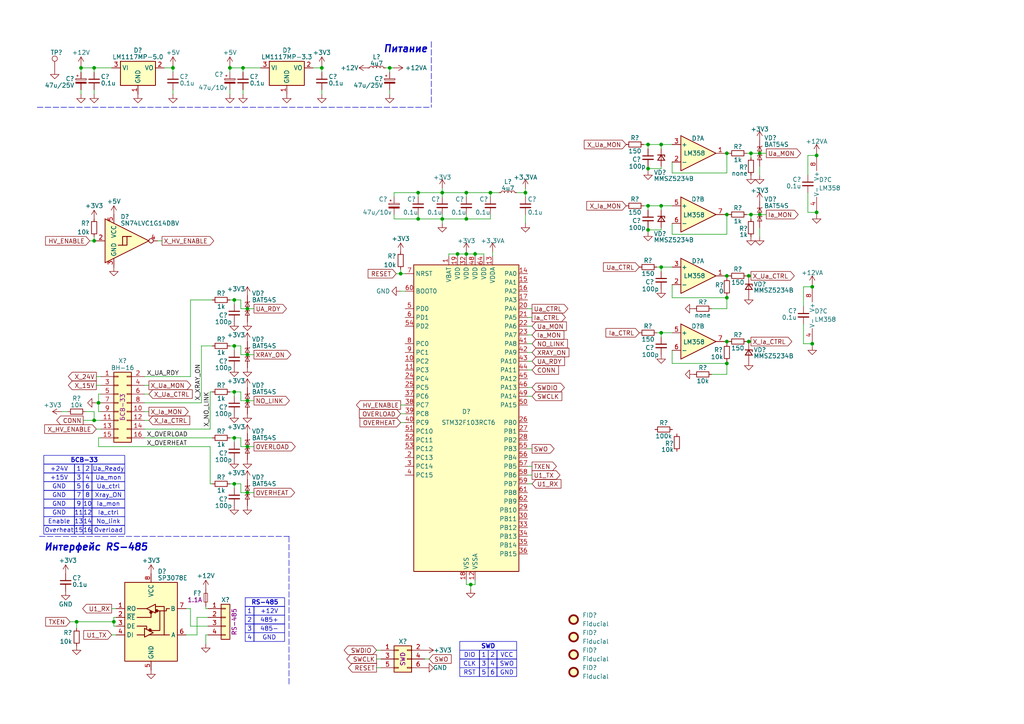
<source format=kicad_sch>
(kicad_sch
	(version 20231120)
	(generator "eeschema")
	(generator_version "8.0")
	(uuid "6c65de10-338a-453a-825b-2efbb4a3a4c6")
	(paper "A4")
	(title_block
		(title "RS485_BSV")
		(rev "1")
		(company "ООО \"Экросхим\"")
		(comment 1 "Антон Мухин")
	)
	
	(junction
		(at 136.525 169.545)
		(diameter 0)
		(color 0 0 0 0)
		(uuid "028f75c9-d258-4904-87ba-7069c7214d14")
	)
	(junction
		(at 191.77 59.69)
		(diameter 0)
		(color 0 0 0 0)
		(uuid "142f5400-f47f-47e0-95ff-840207fdaa9a")
	)
	(junction
		(at 152.4 55.88)
		(diameter 0)
		(color 0 0 0 0)
		(uuid "1567a187-8bba-4052-b369-9b3cccca3c0c")
	)
	(junction
		(at 113.03 19.685)
		(diameter 0)
		(color 0 0 0 0)
		(uuid "18465d2c-b2f3-4653-8b81-1db6a6c44b37")
	)
	(junction
		(at 210.82 62.23)
		(diameter 0)
		(color 0 0 0 0)
		(uuid "18a7e549-e86e-4e76-846d-76da442098b5")
	)
	(junction
		(at 191.77 96.52)
		(diameter 0)
		(color 0 0 0 0)
		(uuid "1a3a0cbe-399a-4b04-a6c1-2301a8819294")
	)
	(junction
		(at 70.485 19.685)
		(diameter 0)
		(color 0 0 0 0)
		(uuid "1fda85d9-9523-4a24-84ad-7129a5d4dab0")
	)
	(junction
		(at 71.755 129.54)
		(diameter 0)
		(color 0 0 0 0)
		(uuid "2a17aedd-31ad-4930-be04-0e5dd93fdc58")
	)
	(junction
		(at 116.205 79.375)
		(diameter 0)
		(color 0 0 0 0)
		(uuid "32c8fb3e-6757-4004-88a6-eab9fc4c266b")
	)
	(junction
		(at 27.305 19.685)
		(diameter 0)
		(color 0 0 0 0)
		(uuid "3963be55-fe21-4423-971b-cfd39aaf920f")
	)
	(junction
		(at 71.755 102.87)
		(diameter 0)
		(color 0 0 0 0)
		(uuid "39ad3b18-dabd-4482-8625-2e1970e1c579")
	)
	(junction
		(at 135.255 63.5)
		(diameter 0)
		(color 0 0 0 0)
		(uuid "3a9cc08f-ae2d-48fc-b254-d2db11ef9972")
	)
	(junction
		(at 187.96 48.895)
		(diameter 0)
		(color 0 0 0 0)
		(uuid "41f7dcc6-c779-4f7b-91b5-f127b0734a1d")
	)
	(junction
		(at 217.17 99.06)
		(diameter 0)
		(color 0 0 0 0)
		(uuid "45cfe5f4-4efa-497e-afd8-deec13d67d37")
	)
	(junction
		(at 187.96 59.69)
		(diameter 0)
		(color 0 0 0 0)
		(uuid "51369cf9-eaff-4b19-8628-56fd7e25c67d")
	)
	(junction
		(at 128.27 55.88)
		(diameter 0)
		(color 0 0 0 0)
		(uuid "5342a01d-1005-4fb1-a972-4610f611c9b7")
	)
	(junction
		(at 67.945 140.335)
		(diameter 0)
		(color 0 0 0 0)
		(uuid "535ad066-6b0e-46e2-8801-214176aa0a5f")
	)
	(junction
		(at 217.805 62.23)
		(diameter 0)
		(color 0 0 0 0)
		(uuid "5373bb7e-624d-4834-961e-74a70b38dd82")
	)
	(junction
		(at 71.755 89.535)
		(diameter 0)
		(color 0 0 0 0)
		(uuid "5a29dc6e-11ad-4d6b-84c0-3c3d383c1aa8")
	)
	(junction
		(at 220.345 62.23)
		(diameter 0)
		(color 0 0 0 0)
		(uuid "6082c125-3945-4596-ae4e-115d5aef4d60")
	)
	(junction
		(at 210.82 86.36)
		(diameter 0)
		(color 0 0 0 0)
		(uuid "650b11d4-4a51-4648-9063-2f51e5d35028")
	)
	(junction
		(at 67.945 113.665)
		(diameter 0)
		(color 0 0 0 0)
		(uuid "67f54780-34b0-4707-b6d2-06679fa8529f")
	)
	(junction
		(at 187.96 66.675)
		(diameter 0)
		(color 0 0 0 0)
		(uuid "6b43de8d-ca16-47e3-bf60-30d1bb7f10b5")
	)
	(junction
		(at 67.945 100.33)
		(diameter 0)
		(color 0 0 0 0)
		(uuid "7d53c3ef-ba5f-43fc-b2f7-56efdf61d9f5")
	)
	(junction
		(at 23.495 19.685)
		(diameter 0)
		(color 0 0 0 0)
		(uuid "832a5b57-9a12-42fb-ab0f-df4a71c69ea8")
	)
	(junction
		(at 220.345 44.45)
		(diameter 0)
		(color 0 0 0 0)
		(uuid "841e06ab-1abb-48de-b8ea-3bdebb0d6a0f")
	)
	(junction
		(at 191.77 41.91)
		(diameter 0)
		(color 0 0 0 0)
		(uuid "88503189-f7fd-4f4d-9c2e-735031abe3fd")
	)
	(junction
		(at 236.855 61.595)
		(diameter 0)
		(color 0 0 0 0)
		(uuid "8c2a2a56-5003-4ced-aec4-4fecbc8a3beb")
	)
	(junction
		(at 135.255 73.66)
		(diameter 0)
		(color 0 0 0 0)
		(uuid "8f86a596-ff74-4806-93b1-b29436112164")
	)
	(junction
		(at 71.755 142.875)
		(diameter 0)
		(color 0 0 0 0)
		(uuid "9022db8d-4b75-4522-9472-750c0ec0164e")
	)
	(junction
		(at 27.305 121.92)
		(diameter 0)
		(color 0 0 0 0)
		(uuid "93d25117-3ffd-4009-93db-427d97203cc7")
	)
	(junction
		(at 66.675 19.685)
		(diameter 0)
		(color 0 0 0 0)
		(uuid "98a80fd5-ad61-477b-a0b1-ba8de1e33e9a")
	)
	(junction
		(at 137.795 73.66)
		(diameter 0)
		(color 0 0 0 0)
		(uuid "98c818b3-c907-492f-bf54-a5f90559103f")
	)
	(junction
		(at 71.755 116.205)
		(diameter 0)
		(color 0 0 0 0)
		(uuid "9d203400-e902-4760-bb7a-ada64c19b417")
	)
	(junction
		(at 128.27 63.5)
		(diameter 0)
		(color 0 0 0 0)
		(uuid "9d6e2cec-0cc1-4115-9da8-33730489b371")
	)
	(junction
		(at 235.585 99.695)
		(diameter 0)
		(color 0 0 0 0)
		(uuid "9e77e15f-1f60-45f5-9cc0-a733427a6b1c")
	)
	(junction
		(at 236.855 45.085)
		(diameter 0)
		(color 0 0 0 0)
		(uuid "9fc79d65-ce08-4a3b-ad09-4b202bf8ef39")
	)
	(junction
		(at 191.77 77.47)
		(diameter 0)
		(color 0 0 0 0)
		(uuid "a38f550d-8f14-468f-845d-b87b15186dd4")
	)
	(junction
		(at 67.945 127)
		(diameter 0)
		(color 0 0 0 0)
		(uuid "a9e8073f-31a6-45fa-b1c5-2d6686822aa2")
	)
	(junction
		(at 210.82 99.06)
		(diameter 0)
		(color 0 0 0 0)
		(uuid "ad1c0991-15b1-471f-8c72-32ea60383613")
	)
	(junction
		(at 121.285 63.5)
		(diameter 0)
		(color 0 0 0 0)
		(uuid "aed9a682-19c4-4da4-8319-d7e2b1c5341d")
	)
	(junction
		(at 67.945 86.995)
		(diameter 0)
		(color 0 0 0 0)
		(uuid "b07be636-9cd6-4689-8a5f-8bee901a1dda")
	)
	(junction
		(at 132.715 73.66)
		(diameter 0)
		(color 0 0 0 0)
		(uuid "b1935ccc-60df-4dc2-bff0-9e97b19f7588")
	)
	(junction
		(at 33.02 180.34)
		(diameter 0)
		(color 0 0 0 0)
		(uuid "b7de33cc-5682-4dfe-a67d-ab598523ae35")
	)
	(junction
		(at 50.165 19.685)
		(diameter 0)
		(color 0 0 0 0)
		(uuid "c4156526-00b3-4594-83fb-a9a66578b3b5")
	)
	(junction
		(at 135.255 55.88)
		(diameter 0)
		(color 0 0 0 0)
		(uuid "c9ea5cbe-0d13-4af9-95ab-000eaf1c7952")
	)
	(junction
		(at 217.17 80.01)
		(diameter 0)
		(color 0 0 0 0)
		(uuid "ca582ff7-5258-4289-a3a0-34d4aee868e0")
	)
	(junction
		(at 210.82 44.45)
		(diameter 0)
		(color 0 0 0 0)
		(uuid "cce94616-07be-4230-b67f-01b7b9f2fb38")
	)
	(junction
		(at 27.305 69.85)
		(diameter 0)
		(color 0 0 0 0)
		(uuid "cd3b18f8-8010-4fd8-936d-db7c82bd64ec")
	)
	(junction
		(at 210.82 80.01)
		(diameter 0)
		(color 0 0 0 0)
		(uuid "cdce00ae-dbdd-44ad-a5e2-6bb57bcc3eaf")
	)
	(junction
		(at 28.575 116.84)
		(diameter 0)
		(color 0 0 0 0)
		(uuid "cf2bf728-da23-4677-8ce6-6d4845f2a843")
	)
	(junction
		(at 187.96 41.91)
		(diameter 0)
		(color 0 0 0 0)
		(uuid "d535521d-214f-4c03-ac8f-153454fd1ebe")
	)
	(junction
		(at 22.225 180.34)
		(diameter 0)
		(color 0 0 0 0)
		(uuid "d7a8f334-bd8b-4096-b721-5bc833248303")
	)
	(junction
		(at 210.82 105.41)
		(diameter 0)
		(color 0 0 0 0)
		(uuid "dd7016ba-6cb9-44c4-aa5c-98f02041eb6f")
	)
	(junction
		(at 93.345 19.685)
		(diameter 0)
		(color 0 0 0 0)
		(uuid "e06691ed-a425-4955-8b27-5e0d25eca17f")
	)
	(junction
		(at 142.24 55.88)
		(diameter 0)
		(color 0 0 0 0)
		(uuid "e43ab1a2-4521-41b1-be9a-3c4c2df6ac5d")
	)
	(junction
		(at 235.585 83.185)
		(diameter 0)
		(color 0 0 0 0)
		(uuid "f0439937-81fa-4d7e-9f4f-b43961265c2e")
	)
	(junction
		(at 121.285 55.88)
		(diameter 0)
		(color 0 0 0 0)
		(uuid "f5c0138d-f900-4f37-9ef6-cf6157ebb2db")
	)
	(junction
		(at 217.805 44.45)
		(diameter 0)
		(color 0 0 0 0)
		(uuid "fb9d993b-685f-4bca-a7c0-794e76bbe83a")
	)
	(wire
		(pts
			(xy 149.86 55.88) (xy 152.4 55.88)
		)
		(stroke
			(width 0)
			(type default)
		)
		(uuid "00ab969e-01c4-4f55-87f9-63185d980561")
	)
	(wire
		(pts
			(xy 121.285 62.23) (xy 121.285 63.5)
		)
		(stroke
			(width 0)
			(type default)
		)
		(uuid "0120f516-63ba-4324-b199-b5702a054add")
	)
	(wire
		(pts
			(xy 210.82 105.41) (xy 210.82 104.775)
		)
		(stroke
			(width 0)
			(type default)
		)
		(uuid "01f14fad-704c-4733-aa2d-7a4a30d7e211")
	)
	(wire
		(pts
			(xy 41.91 116.84) (xy 58.42 116.84)
		)
		(stroke
			(width 0)
			(type default)
		)
		(uuid "02ff17cc-cabb-4a80-a9eb-cc5427d3b016")
	)
	(wire
		(pts
			(xy 187.96 41.91) (xy 191.77 41.91)
		)
		(stroke
			(width 0)
			(type default)
		)
		(uuid "0370a8c5-8b22-42b9-9ebc-c18ba14bd879")
	)
	(wire
		(pts
			(xy 194.945 46.99) (xy 194.945 50.165)
		)
		(stroke
			(width 0)
			(type default)
		)
		(uuid "05292d8b-5ead-4a23-bb96-86f795bb9e22")
	)
	(wire
		(pts
			(xy 194.945 101.6) (xy 194.945 105.41)
		)
		(stroke
			(width 0)
			(type default)
		)
		(uuid "062b6249-e3d8-4186-9aaf-4d6f33bb8a15")
	)
	(wire
		(pts
			(xy 22.225 180.34) (xy 33.02 180.34)
		)
		(stroke
			(width 0)
			(type default)
		)
		(uuid "07ca210d-0b0e-4478-85a6-e45d31b2d61e")
	)
	(wire
		(pts
			(xy 186.69 41.91) (xy 187.96 41.91)
		)
		(stroke
			(width 0)
			(type default)
		)
		(uuid "08287f04-c631-4d8b-913f-4538d188032e")
	)
	(wire
		(pts
			(xy 24.765 119.38) (xy 27.305 119.38)
		)
		(stroke
			(width 0)
			(type default)
		)
		(uuid "08b687f4-e738-4a26-8133-719e69c9e5e0")
	)
	(wire
		(pts
			(xy 191.77 41.91) (xy 194.945 41.91)
		)
		(stroke
			(width 0)
			(type default)
		)
		(uuid "09589fb2-fc95-4a9b-b278-e3eca372a352")
	)
	(wire
		(pts
			(xy 114.3 63.5) (xy 121.285 63.5)
		)
		(stroke
			(width 0)
			(type default)
		)
		(uuid "0d2ff679-8ae8-4bdd-9f5e-ca0628151861")
	)
	(wire
		(pts
			(xy 43.18 111.76) (xy 41.91 111.76)
		)
		(stroke
			(width 0)
			(type default)
		)
		(uuid "0d47c742-759a-4138-a4b7-e3e2dfa17b61")
	)
	(wire
		(pts
			(xy 194.945 105.41) (xy 210.82 105.41)
		)
		(stroke
			(width 0)
			(type default)
		)
		(uuid "10878638-b768-4f49-b90a-86562b304785")
	)
	(wire
		(pts
			(xy 67.945 86.995) (xy 67.945 88.265)
		)
		(stroke
			(width 0)
			(type default)
		)
		(uuid "109ebf84-39af-40d8-b2b8-902b4510475c")
	)
	(wire
		(pts
			(xy 27.305 119.38) (xy 27.305 121.92)
		)
		(stroke
			(width 0)
			(type default)
		)
		(uuid "116ffab9-c76e-4c64-84a6-f00597755a63")
	)
	(wire
		(pts
			(xy 60.96 140.335) (xy 61.595 140.335)
		)
		(stroke
			(width 0)
			(type default)
		)
		(uuid "123ceee3-aa74-4d8c-a260-a89c875d2d3c")
	)
	(wire
		(pts
			(xy 69.85 140.335) (xy 69.85 142.875)
		)
		(stroke
			(width 0)
			(type default)
		)
		(uuid "126e0a17-6b55-44b1-81cf-06ce515e6879")
	)
	(wire
		(pts
			(xy 128.27 63.5) (xy 135.255 63.5)
		)
		(stroke
			(width 0)
			(type default)
		)
		(uuid "12aa7981-3085-4e9b-86f6-77324a7d76d4")
	)
	(wire
		(pts
			(xy 60.96 129.54) (xy 60.96 140.335)
		)
		(stroke
			(width 0)
			(type default)
		)
		(uuid "15292b7c-784c-472e-8726-336a2f3535eb")
	)
	(wire
		(pts
			(xy 233.045 99.695) (xy 235.585 99.695)
		)
		(stroke
			(width 0)
			(type default)
		)
		(uuid "15890e58-afed-4e0e-8764-ea9b0c4353be")
	)
	(wire
		(pts
			(xy 235.585 82.55) (xy 235.585 83.185)
		)
		(stroke
			(width 0)
			(type default)
		)
		(uuid "15f3fa0b-7af9-4fa2-a448-18f16d492f05")
	)
	(wire
		(pts
			(xy 135.255 73.66) (xy 135.255 74.295)
		)
		(stroke
			(width 0)
			(type default)
		)
		(uuid "169de1a7-00ef-406a-b7fa-32c8b46ed547")
	)
	(wire
		(pts
			(xy 67.945 86.995) (xy 69.85 86.995)
		)
		(stroke
			(width 0)
			(type default)
		)
		(uuid "16f9da02-648f-41fb-9b93-897054cef84a")
	)
	(wire
		(pts
			(xy 121.285 57.15) (xy 121.285 55.88)
		)
		(stroke
			(width 0)
			(type default)
		)
		(uuid "18f521a5-89f2-48db-a66c-f4e985c507c8")
	)
	(wire
		(pts
			(xy 154.305 114.935) (xy 153.035 114.935)
		)
		(stroke
			(width 0)
			(type default)
		)
		(uuid "1c19cca2-fa12-423a-9bff-ed125c1b5f2d")
	)
	(wire
		(pts
			(xy 55.245 176.53) (xy 53.975 176.53)
		)
		(stroke
			(width 0)
			(type default)
		)
		(uuid "1c98e589-8088-4e25-9852-25cdb3b570ee")
	)
	(wire
		(pts
			(xy 116.205 78.105) (xy 116.205 79.375)
		)
		(stroke
			(width 0)
			(type default)
		)
		(uuid "1cdcd346-4185-4320-9335-911a61e0d060")
	)
	(wire
		(pts
			(xy 142.875 73.025) (xy 142.875 74.295)
		)
		(stroke
			(width 0)
			(type default)
		)
		(uuid "1d8480ea-cc42-41f9-8989-432af4c49db0")
	)
	(wire
		(pts
			(xy 220.345 68.58) (xy 220.345 66.04)
		)
		(stroke
			(width 0)
			(type default)
		)
		(uuid "1e249161-a780-4699-bcf0-9f3b051d5da1")
	)
	(wire
		(pts
			(xy 210.82 62.23) (xy 211.455 62.23)
		)
		(stroke
			(width 0)
			(type default)
		)
		(uuid "1ee53d9e-fb16-4cb0-91a8-ad25e1ec525c")
	)
	(wire
		(pts
			(xy 41.91 109.22) (xy 55.245 109.22)
		)
		(stroke
			(width 0)
			(type default)
		)
		(uuid "20f2311b-0ea2-448f-91b5-de31e2be8193")
	)
	(wire
		(pts
			(xy 33.02 181.61) (xy 33.02 180.34)
		)
		(stroke
			(width 0)
			(type default)
		)
		(uuid "22d48507-04b2-4c8c-b466-9bf5686dfde7")
	)
	(wire
		(pts
			(xy 194.945 86.36) (xy 210.82 86.36)
		)
		(stroke
			(width 0)
			(type default)
		)
		(uuid "22f19cb0-add3-485a-8760-a6bc353ff6d3")
	)
	(wire
		(pts
			(xy 67.945 100.33) (xy 67.945 101.6)
		)
		(stroke
			(width 0)
			(type default)
		)
		(uuid "246ea579-7ec1-41df-8092-707961c507bc")
	)
	(wire
		(pts
			(xy 140.335 73.66) (xy 137.795 73.66)
		)
		(stroke
			(width 0)
			(type default)
		)
		(uuid "257fad00-78c6-43bf-a1fb-f2a05a440c5d")
	)
	(wire
		(pts
			(xy 33.02 180.34) (xy 33.02 179.07)
		)
		(stroke
			(width 0)
			(type default)
		)
		(uuid "26b3038a-025c-4bf4-935e-1a3ec7a94c9e")
	)
	(wire
		(pts
			(xy 55.245 109.22) (xy 55.245 86.995)
		)
		(stroke
			(width 0)
			(type default)
		)
		(uuid "2774e1f2-cd0a-4ff5-9c9d-c6c527cc4fdb")
	)
	(wire
		(pts
			(xy 210.185 44.45) (xy 210.82 44.45)
		)
		(stroke
			(width 0)
			(type default)
		)
		(uuid "28098d02-115d-44f1-a82d-ce1eb29d50b6")
	)
	(wire
		(pts
			(xy 71.755 142.875) (xy 73.66 142.875)
		)
		(stroke
			(width 0)
			(type default)
		)
		(uuid "282e39d4-1419-4d67-804c-3d536eea48e6")
	)
	(wire
		(pts
			(xy 191.77 59.69) (xy 194.945 59.69)
		)
		(stroke
			(width 0)
			(type default)
		)
		(uuid "283be788-0298-458c-9c22-e88eafbbf37c")
	)
	(wire
		(pts
			(xy 154.305 89.535) (xy 153.035 89.535)
		)
		(stroke
			(width 0)
			(type default)
		)
		(uuid "288c4b13-3e6d-4992-ac08-86d052fbeecc")
	)
	(wire
		(pts
			(xy 116.205 122.555) (xy 117.475 122.555)
		)
		(stroke
			(width 0)
			(type default)
		)
		(uuid "28a8c4f7-7fd3-4bdd-b72d-2e8ead6a510b")
	)
	(wire
		(pts
			(xy 23.495 19.685) (xy 23.495 20.955)
		)
		(stroke
			(width 0)
			(type default)
		)
		(uuid "29477350-ba2d-4101-9b98-0886c6972ee3")
	)
	(wire
		(pts
			(xy 136.525 169.545) (xy 137.795 169.545)
		)
		(stroke
			(width 0)
			(type default)
		)
		(uuid "294c1c53-d512-4124-9a28-dca73b847fed")
	)
	(wire
		(pts
			(xy 59.69 184.15) (xy 59.69 186.69)
		)
		(stroke
			(width 0)
			(type default)
		)
		(uuid "29ab4b1d-41d8-4ed9-ae4f-f8172922f126")
	)
	(wire
		(pts
			(xy 67.945 140.335) (xy 69.85 140.335)
		)
		(stroke
			(width 0)
			(type default)
		)
		(uuid "29ed41a2-2149-423b-af84-ae9bef1b73f3")
	)
	(wire
		(pts
			(xy 140.335 74.295) (xy 140.335 73.66)
		)
		(stroke
			(width 0)
			(type default)
		)
		(uuid "2e26ea72-adb4-4c73-a9c4-72efb21129f2")
	)
	(wire
		(pts
			(xy 210.82 89.535) (xy 210.82 86.36)
		)
		(stroke
			(width 0)
			(type default)
		)
		(uuid "2e597503-ffec-4c71-a11b-dc9f874c871d")
	)
	(wire
		(pts
			(xy 194.945 82.55) (xy 194.945 86.36)
		)
		(stroke
			(width 0)
			(type default)
		)
		(uuid "2fb6ce58-8e7d-427d-94cb-0de3e3afca39")
	)
	(wire
		(pts
			(xy 220.345 44.45) (xy 222.25 44.45)
		)
		(stroke
			(width 0)
			(type default)
		)
		(uuid "2fbc117e-7528-4692-bd21-b17d414f0af2")
	)
	(wire
		(pts
			(xy 28.575 116.84) (xy 29.21 116.84)
		)
		(stroke
			(width 0)
			(type default)
		)
		(uuid "3134252f-22ab-4706-ad27-e337aeb4e0b8")
	)
	(wire
		(pts
			(xy 187.96 67.31) (xy 187.96 66.675)
		)
		(stroke
			(width 0)
			(type default)
		)
		(uuid "31878509-7cf8-4b47-a6d3-ee7cb3051110")
	)
	(wire
		(pts
			(xy 210.82 80.01) (xy 211.455 80.01)
		)
		(stroke
			(width 0)
			(type default)
		)
		(uuid "320aef2b-8115-4e29-b370-4888f669e126")
	)
	(wire
		(pts
			(xy 43.18 114.3) (xy 41.91 114.3)
		)
		(stroke
			(width 0)
			(type default)
		)
		(uuid "3245758f-651b-444d-b45e-90bf24f3ce83")
	)
	(wire
		(pts
			(xy 217.805 44.45) (xy 217.805 45.72)
		)
		(stroke
			(width 0)
			(type default)
		)
		(uuid "33ef101a-850a-41b2-a8ae-ee00b797dffd")
	)
	(wire
		(pts
			(xy 135.255 169.545) (xy 136.525 169.545)
		)
		(stroke
			(width 0)
			(type default)
		)
		(uuid "3431d044-4a42-4082-8ab6-ce4445dff65c")
	)
	(wire
		(pts
			(xy 210.82 99.06) (xy 211.455 99.06)
		)
		(stroke
			(width 0)
			(type default)
		)
		(uuid "357fa9c3-92bd-48a1-879f-694cc27637d5")
	)
	(wire
		(pts
			(xy 154.305 104.775) (xy 153.035 104.775)
		)
		(stroke
			(width 0)
			(type default)
		)
		(uuid "3626f021-d722-45fb-bb0d-585a27f61b87")
	)
	(wire
		(pts
			(xy 187.96 59.69) (xy 191.77 59.69)
		)
		(stroke
			(width 0)
			(type default)
		)
		(uuid "37b2fd00-08ed-417a-8a05-5c2dc578a2ad")
	)
	(wire
		(pts
			(xy 235.585 83.185) (xy 235.585 83.82)
		)
		(stroke
			(width 0)
			(type default)
		)
		(uuid "3845c0e2-4b1c-49dd-921f-23f8fea021ad")
	)
	(wire
		(pts
			(xy 58.42 116.84) (xy 58.42 100.33)
		)
		(stroke
			(width 0)
			(type default)
		)
		(uuid "3a0700d5-75eb-45ba-9705-693a18f52b5f")
	)
	(wire
		(pts
			(xy 191.77 48.26) (xy 191.77 48.895)
		)
		(stroke
			(width 0)
			(type default)
		)
		(uuid "3a248325-2fb0-4975-a220-09b5117f3a2c")
	)
	(wire
		(pts
			(xy 217.805 62.23) (xy 217.805 63.5)
		)
		(stroke
			(width 0)
			(type default)
		)
		(uuid "3a83bf82-f5c6-457d-80a8-fe8bdfe4313c")
	)
	(wire
		(pts
			(xy 154.305 135.255) (xy 153.035 135.255)
		)
		(stroke
			(width 0)
			(type default)
		)
		(uuid "3af111f2-1320-4e8a-a2b9-fa77ff94adee")
	)
	(wire
		(pts
			(xy 191.77 59.69) (xy 191.77 60.96)
		)
		(stroke
			(width 0)
			(type default)
		)
		(uuid "3b7bd9d0-eb46-475d-92a2-d4b8668b5d84")
	)
	(wire
		(pts
			(xy 55.245 181.61) (xy 55.245 176.53)
		)
		(stroke
			(width 0)
			(type default)
		)
		(uuid "3be12580-f0b9-4f9a-8e65-247437f22b84")
	)
	(wire
		(pts
			(xy 191.77 77.47) (xy 194.945 77.47)
		)
		(stroke
			(width 0)
			(type default)
		)
		(uuid "3c858e11-845a-432b-8504-14816f003830")
	)
	(wire
		(pts
			(xy 233.045 93.98) (xy 233.045 99.695)
		)
		(stroke
			(width 0)
			(type default)
		)
		(uuid "3e7930f5-050c-4b97-9abd-f13e071135b4")
	)
	(wire
		(pts
			(xy 67.945 127) (xy 67.945 128.27)
		)
		(stroke
			(width 0)
			(type default)
		)
		(uuid "3f9707de-0277-44de-b34b-8ef5f5792c7b")
	)
	(wire
		(pts
			(xy 70.485 19.685) (xy 75.565 19.685)
		)
		(stroke
			(width 0)
			(type default)
		)
		(uuid "3f9cb76a-2267-44d6-9545-e1568dde90e4")
	)
	(wire
		(pts
			(xy 43.18 121.92) (xy 41.91 121.92)
		)
		(stroke
			(width 0)
			(type default)
		)
		(uuid "3fa7f5ab-7e68-4968-9ebf-2babd438aefe")
	)
	(wire
		(pts
			(xy 27.94 124.46) (xy 29.21 124.46)
		)
		(stroke
			(width 0)
			(type default)
		)
		(uuid "3fb8f159-7f0c-4c6a-a11f-b6a2fcaa96c3")
	)
	(wire
		(pts
			(xy 135.255 55.88) (xy 135.255 57.15)
		)
		(stroke
			(width 0)
			(type default)
		)
		(uuid "3ff66be5-24ea-4167-a6df-b4a2b886dd46")
	)
	(wire
		(pts
			(xy 50.165 19.05) (xy 50.165 19.685)
		)
		(stroke
			(width 0)
			(type default)
		)
		(uuid "405f1fc8-3803-41df-8be6-472c54d228d9")
	)
	(wire
		(pts
			(xy 66.675 26.035) (xy 66.675 27.305)
		)
		(stroke
			(width 0)
			(type default)
		)
		(uuid "4127633f-2b4e-48b4-888f-ec6eb116ffcb")
	)
	(wire
		(pts
			(xy 128.27 55.88) (xy 135.255 55.88)
		)
		(stroke
			(width 0)
			(type default)
		)
		(uuid "434c2c7e-8ae7-422d-a3a2-a6529f214ef7")
	)
	(wire
		(pts
			(xy 114.3 62.23) (xy 114.3 63.5)
		)
		(stroke
			(width 0)
			(type default)
		)
		(uuid "436076e8-1a33-4455-9338-cdf13e2ee2a3")
	)
	(wire
		(pts
			(xy 154.305 130.175) (xy 153.035 130.175)
		)
		(stroke
			(width 0)
			(type default)
		)
		(uuid "43e98e1d-627b-4e12-a0cc-b2e6dbcfeec3")
	)
	(wire
		(pts
			(xy 114.935 79.375) (xy 116.205 79.375)
		)
		(stroke
			(width 0)
			(type default)
		)
		(uuid "44198ad6-4707-4e39-a1fa-3c4f509dd8e3")
	)
	(wire
		(pts
			(xy 55.245 86.995) (xy 61.595 86.995)
		)
		(stroke
			(width 0)
			(type default)
		)
		(uuid "44a9906e-0fa8-4a6b-a9f5-db31672d35a2")
	)
	(wire
		(pts
			(xy 235.585 99.695) (xy 235.585 99.06)
		)
		(stroke
			(width 0)
			(type default)
		)
		(uuid "45358f9e-466d-4968-ad42-ac36120054c9")
	)
	(wire
		(pts
			(xy 210.185 62.23) (xy 210.82 62.23)
		)
		(stroke
			(width 0)
			(type default)
		)
		(uuid "4579bc35-f63a-4d08-8a46-0fa55385c310")
	)
	(wire
		(pts
			(xy 191.77 77.47) (xy 191.77 78.74)
		)
		(stroke
			(width 0)
			(type default)
		)
		(uuid "467b3ba2-7ac6-4c38-8af8-12b99ec77965")
	)
	(wire
		(pts
			(xy 210.185 99.06) (xy 210.82 99.06)
		)
		(stroke
			(width 0)
			(type default)
		)
		(uuid "477261df-c6cb-4bbf-b35c-9a7ac4514e37")
	)
	(wire
		(pts
			(xy 27.305 26.035) (xy 27.305 27.305)
		)
		(stroke
			(width 0)
			(type default)
		)
		(uuid "47d76363-4b09-41f9-8462-c23d5e2ea01c")
	)
	(wire
		(pts
			(xy 210.82 80.01) (xy 210.82 80.645)
		)
		(stroke
			(width 0)
			(type default)
		)
		(uuid "47f47786-b94c-4c79-80e7-90b2785cd67a")
	)
	(wire
		(pts
			(xy 28.575 129.54) (xy 60.96 129.54)
		)
		(stroke
			(width 0)
			(type default)
		)
		(uuid "49062658-0ece-440f-bd23-b6051fc4a04b")
	)
	(wire
		(pts
			(xy 137.795 73.66) (xy 137.795 74.295)
		)
		(stroke
			(width 0)
			(type default)
		)
		(uuid "4924dcca-4e49-4602-b164-890b5f1a8147")
	)
	(wire
		(pts
			(xy 142.24 55.88) (xy 144.78 55.88)
		)
		(stroke
			(width 0)
			(type default)
		)
		(uuid "4b1c8ad5-e9d6-49cf-ba0d-2cc27bfa567c")
	)
	(wire
		(pts
			(xy 22.225 180.34) (xy 22.225 182.245)
		)
		(stroke
			(width 0)
			(type default)
		)
		(uuid "4c8f2735-0a5d-4f74-8ab0-060ef8618276")
	)
	(wire
		(pts
			(xy 210.82 67.945) (xy 210.82 62.23)
		)
		(stroke
			(width 0)
			(type default)
		)
		(uuid "4cfd96c1-1232-4c47-8839-0db1f4f587da")
	)
	(wire
		(pts
			(xy 32.385 184.15) (xy 33.655 184.15)
		)
		(stroke
			(width 0)
			(type default)
		)
		(uuid "4d0e9eca-f909-4d51-ace3-2e44406d477e")
	)
	(wire
		(pts
			(xy 137.795 73.66) (xy 137.795 73.025)
		)
		(stroke
			(width 0)
			(type default)
		)
		(uuid "4ead465d-48ce-40b9-a1fd-a1e2992c4517")
	)
	(wire
		(pts
			(xy 71.755 89.535) (xy 73.66 89.535)
		)
		(stroke
			(width 0)
			(type default)
		)
		(uuid "4f0ee174-0796-47f7-98d3-0cc809dff7d0")
	)
	(wire
		(pts
			(xy 28.575 114.3) (xy 28.575 116.84)
		)
		(stroke
			(width 0)
			(type default)
		)
		(uuid "4f3e722f-5229-434b-91ec-eb65cfaa254f")
	)
	(wire
		(pts
			(xy 116.205 120.015) (xy 117.475 120.015)
		)
		(stroke
			(width 0)
			(type default)
		)
		(uuid "4f42b17d-4e36-46df-be16-4a783e530eb4")
	)
	(wire
		(pts
			(xy 217.805 44.45) (xy 220.345 44.45)
		)
		(stroke
			(width 0)
			(type default)
		)
		(uuid "534ef484-e57f-4c41-834e-8c00803c9b8e")
	)
	(wire
		(pts
			(xy 116.205 117.475) (xy 117.475 117.475)
		)
		(stroke
			(width 0)
			(type default)
		)
		(uuid "543ed86d-1f2e-4065-943e-062d474e22e0")
	)
	(wire
		(pts
			(xy 154.305 92.075) (xy 153.035 92.075)
		)
		(stroke
			(width 0)
			(type default)
		)
		(uuid "545aed36-e080-4d67-8b9f-56b22e968de3")
	)
	(wire
		(pts
			(xy 23.495 26.035) (xy 23.495 27.305)
		)
		(stroke
			(width 0)
			(type default)
		)
		(uuid "54f48156-f5c5-462a-afce-837484d58336")
	)
	(wire
		(pts
			(xy 20.32 180.34) (xy 22.225 180.34)
		)
		(stroke
			(width 0)
			(type default)
		)
		(uuid "595b327d-f7eb-49d4-97f4-76660524596e")
	)
	(wire
		(pts
			(xy 194.945 50.165) (xy 210.82 50.165)
		)
		(stroke
			(width 0)
			(type default)
		)
		(uuid "599e5b63-3184-4ae0-988d-e63377af5521")
	)
	(wire
		(pts
			(xy 191.77 41.91) (xy 191.77 43.18)
		)
		(stroke
			(width 0)
			(type default)
		)
		(uuid "59d35ac0-18b0-4e28-972d-ec5f00b48b90")
	)
	(wire
		(pts
			(xy 66.675 19.685) (xy 70.485 19.685)
		)
		(stroke
			(width 0)
			(type default)
		)
		(uuid "5a6c482f-6dec-474e-b953-9e5ac277e666")
	)
	(wire
		(pts
			(xy 50.165 19.685) (xy 50.165 20.955)
		)
		(stroke
			(width 0)
			(type default)
		)
		(uuid "5a713af7-24ca-4e06-8559-aa7b62b20af2")
	)
	(wire
		(pts
			(xy 235.585 100.33) (xy 235.585 99.695)
		)
		(stroke
			(width 0)
			(type default)
		)
		(uuid "5aeed5ae-5d50-4b3d-85ba-83ea314d6315")
	)
	(wire
		(pts
			(xy 66.675 86.995) (xy 67.945 86.995)
		)
		(stroke
			(width 0)
			(type default)
		)
		(uuid "5c7b0d04-1f63-49ac-8d65-5a54acee3cae")
	)
	(wire
		(pts
			(xy 210.82 108.585) (xy 210.82 105.41)
		)
		(stroke
			(width 0)
			(type default)
		)
		(uuid "5ca6832a-16f0-4cf6-88d3-351330757881")
	)
	(wire
		(pts
			(xy 27.305 121.92) (xy 29.21 121.92)
		)
		(stroke
			(width 0)
			(type default)
		)
		(uuid "5cc5bbcc-2265-4080-a7a6-54778bec7afa")
	)
	(wire
		(pts
			(xy 190.5 77.47) (xy 191.77 77.47)
		)
		(stroke
			(width 0)
			(type default)
		)
		(uuid "5ce07929-2e62-4b7b-b301-0a5d5077dc60")
	)
	(wire
		(pts
			(xy 190.5 96.52) (xy 191.77 96.52)
		)
		(stroke
			(width 0)
			(type default)
		)
		(uuid "5d16ad16-7444-4b24-92a2-265411d67b3f")
	)
	(wire
		(pts
			(xy 33.02 179.07) (xy 33.655 179.07)
		)
		(stroke
			(width 0)
			(type default)
		)
		(uuid "5eaa968b-7fa3-4ccd-a07f-55d66a721ad7")
	)
	(wire
		(pts
			(xy 60.325 184.15) (xy 59.69 184.15)
		)
		(stroke
			(width 0)
			(type default)
		)
		(uuid "5eea3b24-38a7-40d0-8fe7-64899bc7bce6")
	)
	(wire
		(pts
			(xy 66.675 19.05) (xy 66.675 19.685)
		)
		(stroke
			(width 0)
			(type default)
		)
		(uuid "6168fb25-51c6-482b-a1af-7678e0299146")
	)
	(wire
		(pts
			(xy 24.13 121.92) (xy 27.305 121.92)
		)
		(stroke
			(width 0)
			(type default)
		)
		(uuid "61f2ceb5-0a1f-4a36-ad68-8b76ff5b12d6")
	)
	(wire
		(pts
			(xy 132.715 73.66) (xy 135.255 73.66)
		)
		(stroke
			(width 0)
			(type default)
		)
		(uuid "62dcb93a-9e5a-4711-9ca6-c6a6b7e02fa3")
	)
	(wire
		(pts
			(xy 210.82 50.165) (xy 210.82 44.45)
		)
		(stroke
			(width 0)
			(type default)
		)
		(uuid "62e90d70-7114-43a1-9849-c4aa114e743e")
	)
	(wire
		(pts
			(xy 153.035 107.315) (xy 154.305 107.315)
		)
		(stroke
			(width 0)
			(type default)
		)
		(uuid "63580d9b-1dc6-4536-8e32-68e93e9a3526")
	)
	(wire
		(pts
			(xy 66.675 19.685) (xy 66.675 20.955)
		)
		(stroke
			(width 0)
			(type default)
		)
		(uuid "63929f55-c5bc-43ee-b383-d5dd9b98ab47")
	)
	(wire
		(pts
			(xy 27.305 68.58) (xy 27.305 69.85)
		)
		(stroke
			(width 0)
			(type default)
		)
		(uuid "63b92061-f9c5-49e7-8f2d-e47df135eb58")
	)
	(wire
		(pts
			(xy 128.27 63.5) (xy 128.27 64.77)
		)
		(stroke
			(width 0)
			(type default)
		)
		(uuid "65bd03f9-5879-4de9-a6ca-444babbb7b77")
	)
	(wire
		(pts
			(xy 135.255 168.275) (xy 135.255 169.545)
		)
		(stroke
			(width 0)
			(type default)
		)
		(uuid "662b6f59-2f59-4463-b6d8-d6dae922be71")
	)
	(wire
		(pts
			(xy 194.945 67.945) (xy 210.82 67.945)
		)
		(stroke
			(width 0)
			(type default)
		)
		(uuid "6771574d-83d6-4075-acd6-a1b557231422")
	)
	(wire
		(pts
			(xy 217.805 62.23) (xy 220.345 62.23)
		)
		(stroke
			(width 0)
			(type default)
		)
		(uuid "682f2f0d-b42d-415e-9b5c-fe6c37f38f93")
	)
	(wire
		(pts
			(xy 233.045 83.185) (xy 235.585 83.185)
		)
		(stroke
			(width 0)
			(type default)
		)
		(uuid "68f22a08-a92c-44f2-b3fe-e28752951ce1")
	)
	(wire
		(pts
			(xy 234.315 50.8) (xy 234.315 45.085)
		)
		(stroke
			(width 0)
			(type default)
		)
		(uuid "69f42c12-4cab-44b7-9bc7-98cbdbf54133")
	)
	(wire
		(pts
			(xy 152.4 55.88) (xy 152.4 57.15)
		)
		(stroke
			(width 0)
			(type default)
		)
		(uuid "6b4b33fa-3897-4975-80b2-a76b5f4e9601")
	)
	(wire
		(pts
			(xy 69.85 116.205) (xy 71.755 116.205)
		)
		(stroke
			(width 0)
			(type default)
		)
		(uuid "6c0cf430-cc6a-4df9-af6f-4ab0db903bc9")
	)
	(wire
		(pts
			(xy 135.255 55.88) (xy 142.24 55.88)
		)
		(stroke
			(width 0)
			(type default)
		)
		(uuid "6cdc5052-f493-476d-b875-c324a995d250")
	)
	(wire
		(pts
			(xy 154.305 102.235) (xy 153.035 102.235)
		)
		(stroke
			(width 0)
			(type default)
		)
		(uuid "6d4488a9-c091-4f54-8d80-0547589c308d")
	)
	(wire
		(pts
			(xy 27.305 19.685) (xy 27.305 20.955)
		)
		(stroke
			(width 0)
			(type default)
		)
		(uuid "6e1d38e5-f108-4f20-9306-189824015f54")
	)
	(wire
		(pts
			(xy 217.17 99.06) (xy 217.805 99.06)
		)
		(stroke
			(width 0)
			(type default)
		)
		(uuid "70707e8d-f97f-4fe8-8276-b55ea478b8b5")
	)
	(wire
		(pts
			(xy 109.22 193.675) (xy 110.49 193.675)
		)
		(stroke
			(width 0)
			(type default)
		)
		(uuid "70f6b2e5-e6c8-4e74-9f86-1455af68b125")
	)
	(wire
		(pts
			(xy 41.91 124.46) (xy 60.96 124.46)
		)
		(stroke
			(width 0)
			(type default)
		)
		(uuid "717bdc0a-35b3-481a-a5e8-37401a360ed6")
	)
	(wire
		(pts
			(xy 142.24 63.5) (xy 135.255 63.5)
		)
		(stroke
			(width 0)
			(type default)
		)
		(uuid "726174b1-fa69-44bb-97ef-dba00cfe3485")
	)
	(wire
		(pts
			(xy 93.345 19.05) (xy 93.345 19.685)
		)
		(stroke
			(width 0)
			(type default)
		)
		(uuid "74ae7b38-ad23-4fe1-b91e-72ef46d7711b")
	)
	(wire
		(pts
			(xy 210.82 99.06) (xy 210.82 99.695)
		)
		(stroke
			(width 0)
			(type default)
		)
		(uuid "74fc2a67-40cc-4b39-beb6-f73fa5d551b2")
	)
	(wire
		(pts
			(xy 27.305 19.685) (xy 32.385 19.685)
		)
		(stroke
			(width 0)
			(type default)
		)
		(uuid "754f1186-bde7-490b-9e92-83b0a5eaf3f8")
	)
	(wire
		(pts
			(xy 69.85 113.665) (xy 69.85 116.205)
		)
		(stroke
			(width 0)
			(type default)
		)
		(uuid "7689b993-338d-4cf4-b2a9-e058a6bd9903")
	)
	(wire
		(pts
			(xy 206.375 89.535) (xy 210.82 89.535)
		)
		(stroke
			(width 0)
			(type default)
		)
		(uuid "77246896-55a7-4c21-84a0-2785f21b1676")
	)
	(wire
		(pts
			(xy 234.315 45.085) (xy 236.855 45.085)
		)
		(stroke
			(width 0)
			(type default)
		)
		(uuid "774a4af8-c90c-47d7-8a79-a5e178680998")
	)
	(wire
		(pts
			(xy 29.21 114.3) (xy 28.575 114.3)
		)
		(stroke
			(width 0)
			(type default)
		)
		(uuid "77e58e46-2a57-4ab9-871e-a3f34200a2e7")
	)
	(wire
		(pts
			(xy 236.855 61.595) (xy 236.855 60.96)
		)
		(stroke
			(width 0)
			(type default)
		)
		(uuid "79894bbe-4a42-4fc8-8308-5fe81db3af66")
	)
	(wire
		(pts
			(xy 191.77 96.52) (xy 191.77 97.79)
		)
		(stroke
			(width 0)
			(type default)
		)
		(uuid "7bb70767-fa98-4e8d-9fcd-07c9a56629a3")
	)
	(wire
		(pts
			(xy 136.525 169.545) (xy 136.525 170.815)
		)
		(stroke
			(width 0)
			(type default)
		)
		(uuid "7c186d42-c4f7-4e46-a0ed-de0ec3040def")
	)
	(wire
		(pts
			(xy 113.03 27.305) (xy 113.03 26.035)
		)
		(stroke
			(width 0)
			(type default)
		)
		(uuid "7c835c20-2ccc-410b-9b7c-3508ebbb7417")
	)
	(wire
		(pts
			(xy 216.535 44.45) (xy 217.805 44.45)
		)
		(stroke
			(width 0)
			(type default)
		)
		(uuid "7d29453e-b978-4f86-9710-1f8959b9d99c")
	)
	(wire
		(pts
			(xy 114.3 55.88) (xy 121.285 55.88)
		)
		(stroke
			(width 0)
			(type default)
		)
		(uuid "7dad14bf-7faa-4b4f-be81-7b9410168bc7")
	)
	(wire
		(pts
			(xy 71.755 102.87) (xy 73.66 102.87)
		)
		(stroke
			(width 0)
			(type default)
		)
		(uuid "800cad31-24c7-4dbc-8564-8732ccde8423")
	)
	(wire
		(pts
			(xy 186.69 59.69) (xy 187.96 59.69)
		)
		(stroke
			(width 0)
			(type default)
		)
		(uuid "80ff83cb-0d59-4ff5-88d0-92cda69f2219")
	)
	(wire
		(pts
			(xy 217.17 99.06) (xy 217.17 99.695)
		)
		(stroke
			(width 0)
			(type default)
		)
		(uuid "862336da-3f7a-4193-9bf3-515c5dc79f35")
	)
	(wire
		(pts
			(xy 220.345 50.8) (xy 220.345 48.26)
		)
		(stroke
			(width 0)
			(type default)
		)
		(uuid "8635ad2f-c607-4d79-81ea-e59cea10b6bf")
	)
	(wire
		(pts
			(xy 121.285 55.88) (xy 128.27 55.88)
		)
		(stroke
			(width 0)
			(type default)
		)
		(uuid "86ddb51e-7eb3-40c7-b336-094997b2d7b6")
	)
	(wire
		(pts
			(xy 59.69 176.53) (xy 59.69 175.895)
		)
		(stroke
			(width 0)
			(type default)
		)
		(uuid "892999ef-45e6-4b2b-8f9d-889eaa10805f")
	)
	(wire
		(pts
			(xy 70.485 26.035) (xy 70.485 27.305)
		)
		(stroke
			(width 0)
			(type default)
		)
		(uuid "8af6902a-3eec-4605-b4dc-1230078d6a1c")
	)
	(wire
		(pts
			(xy 194.945 64.77) (xy 194.945 67.945)
		)
		(stroke
			(width 0)
			(type default)
		)
		(uuid "8c4709ec-3c6d-4685-9231-a87fa6df42d9")
	)
	(wire
		(pts
			(xy 121.285 63.5) (xy 128.27 63.5)
		)
		(stroke
			(width 0)
			(type default)
		)
		(uuid "8cd34a9c-b9d9-4042-8775-9b5fdc40888f")
	)
	(polyline
		(pts
			(xy 10.795 31.115) (xy 125.095 31.115)
		)
		(stroke
			(width 0)
			(type dash)
		)
		(uuid "8cdeea59-69e9-406f-8e52-aab2e0cd13e2")
	)
	(wire
		(pts
			(xy 236.855 62.23) (xy 236.855 61.595)
		)
		(stroke
			(width 0)
			(type default)
		)
		(uuid "8f710e71-d957-4cb6-9f2a-7b40ed38fc79")
	)
	(wire
		(pts
			(xy 93.345 26.035) (xy 93.345 27.305)
		)
		(stroke
			(width 0)
			(type default)
		)
		(uuid "8fd60d4a-7cdf-467e-87af-88f2faaaf72b")
	)
	(polyline
		(pts
			(xy 125.095 12.065) (xy 125.095 31.115)
		)
		(stroke
			(width 0)
			(type dash)
		)
		(uuid "91083e9f-f526-4275-a3f8-958d6db62c99")
	)
	(wire
		(pts
			(xy 191.77 48.895) (xy 187.96 48.895)
		)
		(stroke
			(width 0)
			(type default)
		)
		(uuid "921c33f2-f412-4fb2-ad12-93902094ef06")
	)
	(wire
		(pts
			(xy 217.17 80.01) (xy 217.17 80.645)
		)
		(stroke
			(width 0)
			(type default)
		)
		(uuid "92bbab96-8ac0-41dc-82b4-6d4b650b3431")
	)
	(wire
		(pts
			(xy 58.42 100.33) (xy 61.595 100.33)
		)
		(stroke
			(width 0)
			(type default)
		)
		(uuid "941228af-a63d-4785-966c-5c369b3cc37f")
	)
	(wire
		(pts
			(xy 90.805 19.685) (xy 93.345 19.685)
		)
		(stroke
			(width 0)
			(type default)
		)
		(uuid "9431a207-e6de-4b49-8250-e0d318613a87")
	)
	(wire
		(pts
			(xy 26.035 69.85) (xy 27.305 69.85)
		)
		(stroke
			(width 0)
			(type default)
		)
		(uuid "9431bb8f-672a-4dc1-82be-c0c6934779f5")
	)
	(wire
		(pts
			(xy 28.575 127) (xy 29.21 127)
		)
		(stroke
			(width 0)
			(type default)
		)
		(uuid "955985ee-a0e3-4190-8b37-80071c6c30d0")
	)
	(wire
		(pts
			(xy 191.77 66.04) (xy 191.77 66.675)
		)
		(stroke
			(width 0)
			(type default)
		)
		(uuid "97352922-4ef4-4ae0-b735-28a7af1361f5")
	)
	(wire
		(pts
			(xy 210.185 80.01) (xy 210.82 80.01)
		)
		(stroke
			(width 0)
			(type default)
		)
		(uuid "98671aa8-14c2-4470-9a1f-03461c037e64")
	)
	(wire
		(pts
			(xy 71.755 129.54) (xy 73.66 129.54)
		)
		(stroke
			(width 0)
			(type default)
		)
		(uuid "988b9f46-eea6-4f4f-8184-fbfd7f5707bc")
	)
	(wire
		(pts
			(xy 130.175 74.295) (xy 130.175 73.66)
		)
		(stroke
			(width 0)
			(type default)
		)
		(uuid "98c32aed-aea8-4e4b-a44b-b9cbe7a913b6")
	)
	(polyline
		(pts
			(xy 83.82 155.575) (xy 83.82 198.755)
		)
		(stroke
			(width 0)
			(type dash)
		)
		(uuid "9a4d8d16-de5c-468a-bbe6-3724f491ab59")
	)
	(wire
		(pts
			(xy 233.045 88.9) (xy 233.045 83.185)
		)
		(stroke
			(width 0)
			(type default)
		)
		(uuid "9b7f8584-d431-411c-bee5-99920a818133")
	)
	(wire
		(pts
			(xy 45.72 69.85) (xy 46.99 69.85)
		)
		(stroke
			(width 0)
			(type default)
		)
		(uuid "9c394110-cbc8-40e9-ac9b-56662f693d6c")
	)
	(wire
		(pts
			(xy 47.625 19.685) (xy 50.165 19.685)
		)
		(stroke
			(width 0)
			(type default)
		)
		(uuid "9d008221-8568-4a3c-903a-e24e49aa3b93")
	)
	(wire
		(pts
			(xy 28.575 116.84) (xy 28.575 119.38)
		)
		(stroke
			(width 0)
			(type default)
		)
		(uuid "9d6e0256-3aab-4d58-955c-339966661561")
	)
	(wire
		(pts
			(xy 187.96 41.91) (xy 187.96 43.18)
		)
		(stroke
			(width 0)
			(type default)
		)
		(uuid "9d81de9e-6f2b-4c6c-ae83-8b9b836f4557")
	)
	(wire
		(pts
			(xy 220.345 62.23) (xy 222.25 62.23)
		)
		(stroke
			(width 0)
			(type default)
		)
		(uuid "9eb87462-fc80-49ac-a267-810ab5a24cca")
	)
	(wire
		(pts
			(xy 187.96 59.69) (xy 187.96 60.96)
		)
		(stroke
			(width 0)
			(type default)
		)
		(uuid "9fe28a26-6c1d-4982-91bd-ed5c3c1ced58")
	)
	(wire
		(pts
			(xy 210.82 86.36) (xy 210.82 85.725)
		)
		(stroke
			(width 0)
			(type default)
		)
		(uuid "a257731b-d9a5-4f36-bb9b-36dcb3327e52")
	)
	(wire
		(pts
			(xy 71.755 116.205) (xy 73.66 116.205)
		)
		(stroke
			(width 0)
			(type default)
		)
		(uuid "a346d19a-b485-48c8-9806-4904b3609964")
	)
	(wire
		(pts
			(xy 113.03 19.685) (xy 114.3 19.685)
		)
		(stroke
			(width 0)
			(type default)
		)
		(uuid "a3e7adf3-4f18-4893-8aed-5afe5a174205")
	)
	(wire
		(pts
			(xy 154.305 112.395) (xy 153.035 112.395)
		)
		(stroke
			(width 0)
			(type default)
		)
		(uuid "a55d5f81-399c-45c3-a62b-5f2422607b10")
	)
	(wire
		(pts
			(xy 128.27 62.23) (xy 128.27 63.5)
		)
		(stroke
			(width 0)
			(type default)
		)
		(uuid "a64e5690-a648-4595-a65f-f09f1e1b8f35")
	)
	(wire
		(pts
			(xy 70.485 19.685) (xy 70.485 20.955)
		)
		(stroke
			(width 0)
			(type default)
		)
		(uuid "a68e677a-c72a-4a79-8ccf-7cb88f1c6502")
	)
	(wire
		(pts
			(xy 154.305 137.795) (xy 153.035 137.795)
		)
		(stroke
			(width 0)
			(type default)
		)
		(uuid "a8cc253c-f411-4faf-b5cd-b6801b848639")
	)
	(wire
		(pts
			(xy 93.345 19.685) (xy 93.345 20.955)
		)
		(stroke
			(width 0)
			(type default)
		)
		(uuid "a8e36373-53a2-4cec-a1b6-b2a9a3e08d9e")
	)
	(wire
		(pts
			(xy 137.795 169.545) (xy 137.795 168.275)
		)
		(stroke
			(width 0)
			(type default)
		)
		(uuid "a98f401c-3cc3-408c-858d-6753e595d7f1")
	)
	(wire
		(pts
			(xy 210.82 44.45) (xy 211.455 44.45)
		)
		(stroke
			(width 0)
			(type default)
		)
		(uuid "a9b6a107-1054-434f-866a-bee9063923e8")
	)
	(wire
		(pts
			(xy 27.305 69.85) (xy 27.94 69.85)
		)
		(stroke
			(width 0)
			(type default)
		)
		(uuid "aacd71f4-9ccc-4ceb-a65a-9072247c0a65")
	)
	(wire
		(pts
			(xy 187.96 48.895) (xy 187.96 48.26)
		)
		(stroke
			(width 0)
			(type default)
		)
		(uuid "ac8b89b8-555f-4c0d-9943-8d030f3cd94e")
	)
	(wire
		(pts
			(xy 27.94 109.22) (xy 29.21 109.22)
		)
		(stroke
			(width 0)
			(type default)
		)
		(uuid "ac989f43-1aa6-48d9-89f5-f735cf66f306")
	)
	(wire
		(pts
			(xy 234.315 61.595) (xy 236.855 61.595)
		)
		(stroke
			(width 0)
			(type default)
		)
		(uuid "ad1a4613-143c-4151-ba15-4fa6f9a83923")
	)
	(wire
		(pts
			(xy 69.85 127) (xy 69.85 129.54)
		)
		(stroke
			(width 0)
			(type default)
		)
		(uuid "ae2a13dd-4882-4657-b18a-faa31aae358e")
	)
	(wire
		(pts
			(xy 69.85 89.535) (xy 71.755 89.535)
		)
		(stroke
			(width 0)
			(type default)
		)
		(uuid "aff26a12-84eb-4fac-8dbd-7324ab91e445")
	)
	(wire
		(pts
			(xy 43.18 119.38) (xy 41.91 119.38)
		)
		(stroke
			(width 0)
			(type default)
		)
		(uuid "b2d2ae93-6764-4484-9d3d-c74b8c5f9eee")
	)
	(wire
		(pts
			(xy 28.575 119.38) (xy 29.21 119.38)
		)
		(stroke
			(width 0)
			(type default)
		)
		(uuid "b391d2e5-8902-4f96-9401-480bbc50c656")
	)
	(wire
		(pts
			(xy 33.655 181.61) (xy 33.02 181.61)
		)
		(stroke
			(width 0)
			(type default)
		)
		(uuid "b399e230-eb89-4845-9485-d963f9f5ad86")
	)
	(wire
		(pts
			(xy 109.22 188.595) (xy 110.49 188.595)
		)
		(stroke
			(width 0)
			(type default)
		)
		(uuid "b45682b2-5374-4f59-ae8e-cb30fd094542")
	)
	(wire
		(pts
			(xy 23.495 19.05) (xy 23.495 19.685)
		)
		(stroke
			(width 0)
			(type default)
		)
		(uuid "b4aaea85-6ba8-4545-926e-46cc01165340")
	)
	(wire
		(pts
			(xy 124.46 191.135) (xy 123.19 191.135)
		)
		(stroke
			(width 0)
			(type default)
		)
		(uuid "b5176ae0-343f-40fa-a4b1-9f7ae9009028")
	)
	(wire
		(pts
			(xy 234.315 55.88) (xy 234.315 61.595)
		)
		(stroke
			(width 0)
			(type default)
		)
		(uuid "b7037aa9-35f5-4b7d-862a-41230f645d5b")
	)
	(wire
		(pts
			(xy 128.27 54.61) (xy 128.27 55.88)
		)
		(stroke
			(width 0)
			(type default)
		)
		(uuid "b7561167-5b57-4afa-97ca-a1f902e56f7a")
	)
	(wire
		(pts
			(xy 216.535 80.01) (xy 217.17 80.01)
		)
		(stroke
			(width 0)
			(type default)
		)
		(uuid "bb9a3879-3c9c-4948-88d6-de92a55bc942")
	)
	(wire
		(pts
			(xy 216.535 99.06) (xy 217.17 99.06)
		)
		(stroke
			(width 0)
			(type default)
		)
		(uuid "bbd5bd6f-2e9a-4c5b-810c-0f3e90bfca60")
	)
	(wire
		(pts
			(xy 236.855 44.45) (xy 236.855 45.085)
		)
		(stroke
			(width 0)
			(type default)
		)
		(uuid "bc3d97d7-dfb1-46a3-891c-d9df02c9fb58")
	)
	(wire
		(pts
			(xy 135.255 63.5) (xy 135.255 62.23)
		)
		(stroke
			(width 0)
			(type default)
		)
		(uuid "bd049f67-173c-44c4-b223-c6256241fa93")
	)
	(wire
		(pts
			(xy 191.77 96.52) (xy 194.945 96.52)
		)
		(stroke
			(width 0)
			(type default)
		)
		(uuid "bdc6efc9-0a1a-4ebf-8c01-523f5e955343")
	)
	(wire
		(pts
			(xy 152.4 54.61) (xy 152.4 55.88)
		)
		(stroke
			(width 0)
			(type default)
		)
		(uuid "bee63802-7cc9-4988-b5f2-118132cca226")
	)
	(wire
		(pts
			(xy 113.03 19.685) (xy 113.03 20.955)
		)
		(stroke
			(width 0)
			(type default)
		)
		(uuid "bf862583-2783-4118-a1cb-7ae72d614b80")
	)
	(wire
		(pts
			(xy 187.96 49.53) (xy 187.96 48.895)
		)
		(stroke
			(width 0)
			(type default)
		)
		(uuid "bfd47da3-e259-4a39-b94b-642022b78826")
	)
	(wire
		(pts
			(xy 67.945 140.335) (xy 67.945 141.605)
		)
		(stroke
			(width 0)
			(type default)
		)
		(uuid "c19c548c-bdfa-459f-9242-c7f451f801eb")
	)
	(wire
		(pts
			(xy 60.325 181.61) (xy 55.245 181.61)
		)
		(stroke
			(width 0)
			(type default)
		)
		(uuid "c4367224-a335-4586-b98c-7e3e4346058f")
	)
	(wire
		(pts
			(xy 69.85 86.995) (xy 69.85 89.535)
		)
		(stroke
			(width 0)
			(type default)
		)
		(uuid "c53bffc6-57d5-4eba-a986-aade1c813d39")
	)
	(wire
		(pts
			(xy 69.85 129.54) (xy 71.755 129.54)
		)
		(stroke
			(width 0)
			(type default)
		)
		(uuid "c707b628-a891-438b-ad42-b35a3d391e1a")
	)
	(wire
		(pts
			(xy 109.22 191.135) (xy 110.49 191.135)
		)
		(stroke
			(width 0)
			(type default)
		)
		(uuid "c7991ff9-fbd1-4468-adf7-c70a55994883")
	)
	(wire
		(pts
			(xy 66.675 100.33) (xy 67.945 100.33)
		)
		(stroke
			(width 0)
			(type default)
		)
		(uuid "c8b5c9de-c586-47bc-bcef-0baeebc4b07f")
	)
	(wire
		(pts
			(xy 154.305 99.695) (xy 153.035 99.695)
		)
		(stroke
			(width 0)
			(type default)
		)
		(uuid "c9c86a5e-08ce-4160-8b56-4fa0f5662b94")
	)
	(wire
		(pts
			(xy 130.175 73.66) (xy 132.715 73.66)
		)
		(stroke
			(width 0)
			(type default)
		)
		(uuid "ca109472-9b74-4569-a6a9-7015b85cc0a5")
	)
	(wire
		(pts
			(xy 154.305 94.615) (xy 153.035 94.615)
		)
		(stroke
			(width 0)
			(type default)
		)
		(uuid "cafa0bc4-dd45-40e7-ae5a-37b862b31af0")
	)
	(wire
		(pts
			(xy 67.945 113.665) (xy 69.85 113.665)
		)
		(stroke
			(width 0)
			(type default)
		)
		(uuid "cbe1b400-233a-4092-9d09-ef51a1be7963")
	)
	(wire
		(pts
			(xy 154.305 140.335) (xy 153.035 140.335)
		)
		(stroke
			(width 0)
			(type default)
		)
		(uuid "cec7b3ec-0a71-4e14-8d8b-f71383e75e16")
	)
	(wire
		(pts
			(xy 154.305 97.155) (xy 153.035 97.155)
		)
		(stroke
			(width 0)
			(type default)
		)
		(uuid "cf754e6d-20e6-4f93-9a77-f963e2ebc8a1")
	)
	(wire
		(pts
			(xy 132.715 73.66) (xy 132.715 74.295)
		)
		(stroke
			(width 0)
			(type default)
		)
		(uuid "d15f5563-2642-4711-b1eb-acd464f98adb")
	)
	(wire
		(pts
			(xy 114.3 57.15) (xy 114.3 55.88)
		)
		(stroke
			(width 0)
			(type default)
		)
		(uuid "d2120146-0284-4236-95a0-b364e3ac8a0b")
	)
	(wire
		(pts
			(xy 57.15 184.15) (xy 57.15 179.07)
		)
		(stroke
			(width 0)
			(type default)
		)
		(uuid "d24cc861-5527-4e77-81ff-85b298c1abb6")
	)
	(wire
		(pts
			(xy 187.96 66.675) (xy 187.96 66.04)
		)
		(stroke
			(width 0)
			(type default)
		)
		(uuid "d3d4e0d2-2a6c-46d8-9392-c919bd12e2b5")
	)
	(wire
		(pts
			(xy 27.94 116.84) (xy 28.575 116.84)
		)
		(stroke
			(width 0)
			(type default)
		)
		(uuid "d4452c67-0461-49a8-b424-cb041982dd59")
	)
	(wire
		(pts
			(xy 152.4 62.23) (xy 152.4 64.77)
		)
		(stroke
			(width 0)
			(type default)
		)
		(uuid "d45da7d1-5c19-420c-b680-a08b2f8c18bd")
	)
	(wire
		(pts
			(xy 28.575 127) (xy 28.575 129.54)
		)
		(stroke
			(width 0)
			(type default)
		)
		(uuid "d63ef92c-6632-4361-a6a6-404eea719164")
	)
	(wire
		(pts
			(xy 27.94 111.76) (xy 29.21 111.76)
		)
		(stroke
			(width 0)
			(type default)
		)
		(uuid "d6fbbc78-4af1-4e75-bb19-19bba02d6b39")
	)
	(wire
		(pts
			(xy 116.205 79.375) (xy 117.475 79.375)
		)
		(stroke
			(width 0)
			(type default)
		)
		(uuid "d733b3ca-eca0-47d7-aa60-9c8e4edd3b03")
	)
	(wire
		(pts
			(xy 236.855 45.085) (xy 236.855 45.72)
		)
		(stroke
			(width 0)
			(type default)
		)
		(uuid "d7ece686-ea09-4c73-ab78-e8468aa9cbee")
	)
	(wire
		(pts
			(xy 206.375 108.585) (xy 210.82 108.585)
		)
		(stroke
			(width 0)
			(type default)
		)
		(uuid "d86c8c40-fa0a-4ad7-ab49-b7862b884617")
	)
	(wire
		(pts
			(xy 135.255 73.025) (xy 135.255 73.66)
		)
		(stroke
			(width 0)
			(type default)
		)
		(uuid "d8bc8b9f-f1ce-48bc-95e0-00a236415538")
	)
	(wire
		(pts
			(xy 66.675 140.335) (xy 67.945 140.335)
		)
		(stroke
			(width 0)
			(type default)
		)
		(uuid "df8257e8-646f-4526-b47f-4b1e29133c0f")
	)
	(wire
		(pts
			(xy 142.24 62.23) (xy 142.24 63.5)
		)
		(stroke
			(width 0)
			(type default)
		)
		(uuid "dfe8425d-542e-4acc-919b-a89fed53233a")
	)
	(wire
		(pts
			(xy 66.675 127) (xy 67.945 127)
		)
		(stroke
			(width 0)
			(type default)
		)
		(uuid "e044d762-fe11-4332-b3c1-b4b21eb2fda4")
	)
	(wire
		(pts
			(xy 69.85 142.875) (xy 71.755 142.875)
		)
		(stroke
			(width 0)
			(type default)
		)
		(uuid "e05aef01-c13c-4e6d-8526-6f8e663991f8")
	)
	(wire
		(pts
			(xy 60.96 113.665) (xy 61.595 113.665)
		)
		(stroke
			(width 0)
			(type default)
		)
		(uuid "e0996c9d-f4d6-4b91-b460-3daeef7653a5")
	)
	(wire
		(pts
			(xy 53.975 184.15) (xy 57.15 184.15)
		)
		(stroke
			(width 0)
			(type default)
		)
		(uuid "e1b039a9-3bfd-4269-b72f-9f57530882d3")
	)
	(wire
		(pts
			(xy 135.255 73.66) (xy 137.795 73.66)
		)
		(stroke
			(width 0)
			(type default)
		)
		(uuid "e235916b-dd09-4415-958b-19d13dd64445")
	)
	(wire
		(pts
			(xy 23.495 19.685) (xy 27.305 19.685)
		)
		(stroke
			(width 0)
			(type default)
		)
		(uuid "e38d3201-88ec-4100-845e-0a1b31f88b9f")
	)
	(wire
		(pts
			(xy 57.15 179.07) (xy 60.325 179.07)
		)
		(stroke
			(width 0)
			(type default)
		)
		(uuid "e55a95ed-dd14-44b2-9303-c6bdd6d58ac0")
	)
	(wire
		(pts
			(xy 41.91 127) (xy 61.595 127)
		)
		(stroke
			(width 0)
			(type default)
		)
		(uuid "e6c610e6-2a87-4ece-9f83-4b38c45fb583")
	)
	(wire
		(pts
			(xy 67.945 127) (xy 69.85 127)
		)
		(stroke
			(width 0)
			(type default)
		)
		(uuid "e74ba1c7-df9b-4904-9fc8-acccdfde3603")
	)
	(wire
		(pts
			(xy 128.27 55.88) (xy 128.27 57.15)
		)
		(stroke
			(width 0)
			(type default)
		)
		(uuid "e76fbf70-41ea-477c-91ca-b5b95c28f9d6")
	)
	(wire
		(pts
			(xy 60.96 124.46) (xy 60.96 113.665)
		)
		(stroke
			(width 0)
			(type default)
		)
		(uuid "e7e5244b-ae66-42a2-9224-386f43d9cc84")
	)
	(wire
		(pts
			(xy 216.535 62.23) (xy 217.805 62.23)
		)
		(stroke
			(width 0)
			(type default)
		)
		(uuid "e9a252e7-c370-4b80-b5ec-66427b695d2c")
	)
	(wire
		(pts
			(xy 111.76 19.685) (xy 113.03 19.685)
		)
		(stroke
			(width 0)
			(type default)
		)
		(uuid "eba66ec4-845c-4576-8a85-f5349b837913")
	)
	(wire
		(pts
			(xy 50.165 26.035) (xy 50.165 27.305)
		)
		(stroke
			(width 0)
			(type default)
		)
		(uuid "ebfc2973-0735-4af9-9c7c-1e768096e26e")
	)
	(wire
		(pts
			(xy 116.205 84.455) (xy 117.475 84.455)
		)
		(stroke
			(width 0)
			(type default)
		)
		(uuid "ece2bc8f-d0ba-467e-ba43-c60ac48f896d")
	)
	(wire
		(pts
			(xy 69.85 102.87) (xy 71.755 102.87)
		)
		(stroke
			(width 0)
			(type default)
		)
		(uuid "f018040c-714d-482c-b111-fde77bb9b637")
	)
	(wire
		(pts
			(xy 67.945 113.665) (xy 67.945 114.935)
		)
		(stroke
			(width 0)
			(type default)
		)
		(uuid "f25cb01f-4209-4829-99db-017f5a72c17f")
	)
	(wire
		(pts
			(xy 69.85 100.33) (xy 69.85 102.87)
		)
		(stroke
			(width 0)
			(type default)
		)
		(uuid "f4fc79a6-d428-4306-9ff8-46a82f2d7395")
	)
	(wire
		(pts
			(xy 19.685 119.38) (xy 17.78 119.38)
		)
		(stroke
			(width 0)
			(type default)
		)
		(uuid "f7ae0b25-655d-4e3f-8bba-a8de0d7f1a8a")
	)
	(wire
		(pts
			(xy 60.325 176.53) (xy 59.69 176.53)
		)
		(stroke
			(width 0)
			(type default)
		)
		(uuid "f876ab55-8824-4bab-a333-4d8649d1c342")
	)
	(polyline
		(pts
			(xy 11.43 155.575) (xy 83.82 155.575)
		)
		(stroke
			(width 0)
			(type dash)
		)
		(uuid "fa01305e-2a00-4993-bc07-4b5cbb73f72b")
	)
	(wire
		(pts
			(xy 32.385 176.53) (xy 33.655 176.53)
		)
		(stroke
			(width 0)
			(type default)
		)
		(uuid "fa53e65e-ec2a-4dad-8cc8-454f29e51566")
	)
	(wire
		(pts
			(xy 67.945 100.33) (xy 69.85 100.33)
		)
		(stroke
			(width 0)
			(type default)
		)
		(uuid "fa5f54da-666b-4ef8-b876-d71613b68e60")
	)
	(wire
		(pts
			(xy 191.77 66.675) (xy 187.96 66.675)
		)
		(stroke
			(width 0)
			(type default)
		)
		(uuid "fb2fe743-0a79-4db1-a127-288914a9b25c")
	)
	(wire
		(pts
			(xy 66.675 113.665) (xy 67.945 113.665)
		)
		(stroke
			(width 0)
			(type default)
		)
		(uuid "fbcf29cd-d01b-4e32-8f86-b872dbdd1ff6")
	)
	(wire
		(pts
			(xy 217.17 80.01) (xy 217.805 80.01)
		)
		(stroke
			(width 0)
			(type default)
		)
		(uuid "fd1a050a-ba2b-4ebe-b19a-ee4db7c914fb")
	)
	(wire
		(pts
			(xy 142.24 55.88) (xy 142.24 57.15)
		)
		(stroke
			(width 0)
			(type default)
		)
		(uuid "fd3e9b3f-f0c5-4c85-89a8-7227f67a64e2")
	)
	(text_box "RS-485"
		(exclude_from_sim no)
		(at 71.12 173.355 0)
		(size 11.43 2.54)
		(stroke
			(width 0)
			(type default)
		)
		(fill
			(type none)
		)
		(effects
			(font
				(size 1.27 1.27)
				(thickness 0.254)
				(bold yes)
			)
		)
		(uuid "00db5b22-47e2-4859-bc70-166435c0bdc8")
	)
	(text_box "12"
		(exclude_from_sim no)
		(at 24.13 147.32 0)
		(size 2.54 2.54)
		(stroke
			(width 0)
			(type default)
		)
		(fill
			(type none)
		)
		(effects
			(font
				(size 1.27 1.27)
			)
		)
		(uuid "023b5302-9e45-44ec-b2d0-1c612fa7214d")
	)
	(text_box "1"
		(exclude_from_sim no)
		(at 71.12 175.895 0)
		(size 2.54 2.54)
		(stroke
			(width 0)
			(type default)
		)
		(fill
			(type none)
		)
		(effects
			(font
				(size 1.27 1.27)
			)
		)
		(uuid "087fefa5-248e-4934-a3e6-7a23deae4696")
	)
	(text_box "Ua_Ready"
		(exclude_from_sim no)
		(at 26.67 134.62 0)
		(size 9.525 2.54)
		(stroke
			(width 0)
			(type default)
		)
		(fill
			(type none)
		)
		(effects
			(font
				(size 1.27 1.27)
			)
		)
		(uuid "0884eff2-c674-474e-95d5-65c3aa33b5f8")
	)
	(text_box "6"
		(exclude_from_sim no)
		(at 141.605 193.675 0)
		(size 2.54 2.54)
		(stroke
			(width 0)
			(type default)
		)
		(fill
			(type none)
		)
		(effects
			(font
				(size 1.27 1.27)
			)
		)
		(uuid "0bda1740-2bd7-40fd-8165-873ddfdd6d1d")
	)
	(text_box "No_link"
		(exclude_from_sim no)
		(at 26.67 149.86 0)
		(size 9.525 2.54)
		(stroke
			(width 0)
			(type default)
		)
		(fill
			(type none)
		)
		(effects
			(font
				(size 1.27 1.27)
			)
		)
		(uuid "0cd4c6d4-a240-43db-b78a-4837597fdf18")
	)
	(text_box "15"
		(exclude_from_sim no)
		(at 21.59 152.4 0)
		(size 2.54 2.54)
		(stroke
			(width 0)
			(type default)
		)
		(fill
			(type none)
		)
		(effects
			(font
				(size 1.27 1.27)
			)
		)
		(uuid "129148ff-3cac-43a6-9093-2b22d8e53fac")
	)
	(text_box "+24V"
		(exclude_from_sim no)
		(at 12.7 134.62 0)
		(size 8.89 2.54)
		(stroke
			(width 0)
			(type default)
		)
		(fill
			(type none)
		)
		(effects
			(font
				(size 1.27 1.27)
			)
		)
		(uuid "153ab432-061e-4ffa-aba2-006b6bdc725d")
	)
	(text_box "SWD"
		(exclude_from_sim no)
		(at 133.35 186.055 0)
		(size 16.51 2.54)
		(stroke
			(width 0)
			(type default)
		)
		(fill
			(type none)
		)
		(effects
			(font
				(size 1.27 1.27)
				(thickness 0.254)
				(bold yes)
			)
		)
		(uuid "16a33410-b78b-498d-a677-22533472ae59")
	)
	(text_box "GND"
		(exclude_from_sim no)
		(at 12.7 139.7 0)
		(size 8.89 2.54)
		(stroke
			(width 0)
			(type default)
		)
		(fill
			(type none)
		)
		(effects
			(font
				(size 1.27 1.27)
			)
		)
		(uuid "1d47f240-4eeb-4360-9990-c74fc8b413b4")
	)
	(text_box "4"
		(exclude_from_sim no)
		(at 71.12 183.515 0)
		(size 2.54 2.54)
		(stroke
			(width 0)
			(type default)
		)
		(fill
			(type none)
		)
		(effects
			(font
				(size 1.27 1.27)
			)
		)
		(uuid "2333d58f-dbcc-4cfa-8182-c16a78057c66")
	)
	(text_box "3"
		(exclude_from_sim no)
		(at 71.12 180.975 0)
		(size 2.54 2.54)
		(stroke
			(width 0)
			(type default)
		)
		(fill
			(type none)
		)
		(effects
			(font
				(size 1.27 1.27)
			)
		)
		(uuid "2449b10c-1f38-4ef5-b764-371f3629e567")
	)
	(text_box "2"
		(exclude_from_sim no)
		(at 24.13 134.62 0)
		(size 2.54 2.54)
		(stroke
			(width 0)
			(type default)
		)
		(fill
			(type none)
		)
		(effects
			(font
				(size 1.27 1.27)
			)
		)
		(uuid "25fcf55b-7587-4d7f-93c1-9ca16147a66a")
	)
	(text_box "10"
		(exclude_from_sim no)
		(at 24.13 144.78 0)
		(size 2.54 2.54)
		(stroke
			(width 0)
			(type default)
		)
		(fill
			(type none)
		)
		(effects
			(font
				(size 1.27 1.27)
			)
		)
		(uuid "2ad27332-a4a4-40c0-80aa-a19cc343fd6f")
	)
	(text_box "485-"
		(exclude_from_sim no)
		(at 73.66 180.975 0)
		(size 8.89 2.54)
		(stroke
			(width 0)
			(type default)
		)
		(fill
			(type none)
		)
		(effects
			(font
				(size 1.27 1.27)
			)
		)
		(uuid "3cc9629a-5aec-422e-8096-733eab2c82f6")
	)
	(text_box "Overheat"
		(exclude_from_sim no)
		(at 12.7 152.4 0)
		(size 8.89 2.54)
		(stroke
			(width 0)
			(type default)
		)
		(fill
			(type none)
		)
		(effects
			(font
				(size 1.27 1.27)
			)
		)
		(uuid "4037e452-4427-4839-9b10-2b1736c34b0d")
	)
	(text_box "14"
		(exclude_from_sim no)
		(at 24.13 149.86 0)
		(size 2.54 2.54)
		(stroke
			(width 0)
			(type default)
		)
		(fill
			(type none)
		)
		(effects
			(font
				(size 1.27 1.27)
			)
		)
		(uuid "4088f7a0-e63f-4fbe-a790-7fa28e931350")
	)
	(text_box "БСВ-33"
		(exclude_from_sim no)
		(at 12.7 132.08 0)
		(size 23.495 2.54)
		(stroke
			(width 0)
			(type default)
		)
		(fill
			(type none)
		)
		(effects
			(font
				(size 1.27 1.27)
				(thickness 0.254)
				(bold yes)
			)
		)
		(uuid "58022976-3bf7-428d-8ed2-bb39ea4f6e1a")
	)
	(text_box "CLK"
		(exclude_from_sim no)
		(at 133.35 191.135 0)
		(size 5.715 2.54)
		(stroke
			(width 0)
			(type default)
		)
		(fill
			(type none)
		)
		(effects
			(font
				(size 1.27 1.27)
			)
		)
		(uuid "5acf5aff-0037-4928-93dd-9b5ac3adf393")
	)
	(text_box "GND"
		(exclude_from_sim no)
		(at 12.7 144.78 0)
		(size 8.89 2.54)
		(stroke
			(width 0)
			(type default)
		)
		(fill
			(type none)
		)
		(effects
			(font
				(size 1.27 1.27)
			)
		)
		(uuid "5b9203d2-e61a-4312-bc42-8f0ccf343b1f")
	)
	(text_box "4"
		(exclude_from_sim no)
		(at 24.13 137.16 0)
		(size 2.54 2.54)
		(stroke
			(width 0)
			(type default)
		)
		(fill
			(type none)
		)
		(effects
			(font
				(size 1.27 1.27)
			)
		)
		(uuid "5fab322c-ed07-45eb-a024-8b8c19977bfd")
	)
	(text_box "8"
		(exclude_from_sim no)
		(at 24.13 142.24 0)
		(size 2.54 2.54)
		(stroke
			(width 0)
			(type default)
		)
		(fill
			(type none)
		)
		(effects
			(font
				(size 1.27 1.27)
			)
		)
		(uuid "61901dc6-2397-487b-a7d0-f0469e49ba18")
	)
	(text_box "Ua_ctrl"
		(exclude_from_sim no)
		(at 26.67 139.7 0)
		(size 9.525 2.54)
		(stroke
			(width 0)
			(type default)
		)
		(fill
			(type none)
		)
		(effects
			(font
				(size 1.27 1.27)
			)
		)
		(uuid "635f5ff7-0f2f-476b-aca5-5cc4030ef776")
	)
	(text_box "13"
		(exclude_from_sim no)
		(at 21.59 149.86 0)
		(size 2.54 2.54)
		(stroke
			(width 0)
			(type default)
		)
		(fill
			(type none)
		)
		(effects
			(font
				(size 1.27 1.27)
			)
		)
		(uuid "63a5a4e5-6c2b-4d1c-b451-bf46b51babf2")
	)
	(text_box "GND"
		(exclude_from_sim no)
		(at 73.66 183.515 0)
		(size 8.89 2.54)
		(stroke
			(width 0)
			(type default)
		)
		(fill
			(type none)
		)
		(effects
			(font
				(size 1.27 1.27)
			)
		)
		(uuid "6d531afe-8308-41af-b0a6-e16aa3a86d07")
	)
	(text_box "VCC"
		(exclude_from_sim no)
		(at 144.145 188.595 0)
		(size 5.715 2.54)
		(stroke
			(width 0)
			(type default)
		)
		(fill
			(type none)
		)
		(effects
			(font
				(size 1.27 1.27)
			)
		)
		(uuid "715ae381-dd9f-4c60-b788-82b5d55ee456")
	)
	(text_box "DIO"
		(exclude_from_sim no)
		(at 133.35 188.595 0)
		(size 5.715 2.54)
		(stroke
			(width 0)
			(type default)
		)
		(fill
			(type none)
		)
		(effects
			(font
				(size 1.27 1.27)
			)
		)
		(uuid "76e5d11f-b779-4266-b46b-7f3b6782cc98")
	)
	(text_box "GND"
		(exclude_from_sim no)
		(at 12.7 142.24 0)
		(size 8.89 2.54)
		(stroke
			(width 0)
			(type default)
		)
		(fill
			(type none)
		)
		(effects
			(font
				(size 1.27 1.27)
			)
		)
		(uuid "789ef7c2-2f18-4491-97cd-8f76d72a4689")
	)
	(text_box "Overload"
		(exclude_from_sim no)
		(at 26.67 152.4 0)
		(size 9.525 2.54)
		(stroke
			(width 0)
			(type default)
		)
		(fill
			(type none)
		)
		(effects
			(font
				(size 1.27 1.27)
			)
		)
		(uuid "7a8fe899-f061-4844-ae2c-61a82bfa15cf")
	)
	(text_box "3"
		(exclude_from_sim no)
		(at 21.59 137.16 0)
		(size 2.54 2.54)
		(stroke
			(width 0)
			(type default)
		)
		(fill
			(type none)
		)
		(effects
			(font
				(size 1.27 1.27)
			)
		)
		(uuid "7c841d71-a902-45a6-bbc8-ccb07d985ab8")
	)
	(text_box "+12V"
		(exclude_from_sim no)
		(at 73.66 175.895 0)
		(size 8.89 2.54)
		(stroke
			(width 0)
			(type default)
		)
		(fill
			(type none)
		)
		(effects
			(font
				(size 1.27 1.27)
			)
		)
		(uuid "7e3f3553-6bfb-49f8-bbd2-4726e5246f97")
	)
	(text_box "Ia_mon"
		(exclude_from_sim no)
		(at 26.67 144.78 0)
		(size 9.525 2.54)
		(stroke
			(width 0)
			(type default)
		)
		(fill
			(type none)
		)
		(effects
			(font
				(size 1.27 1.27)
			)
		)
		(uuid "7e553d13-3068-4d7c-9e0b-55420c7d7ac2")
	)
	(text_box "GND"
		(exclude_from_sim no)
		(at 12.7 147.32 0)
		(size 8.89 2.54)
		(stroke
			(width 0)
			(type default)
		)
		(fill
			(type none)
		)
		(effects
			(font
				(size 1.27 1.27)
			)
		)
		(uuid "865ad429-e430-43d3-9990-c3c1869c4105")
	)
	(text_box "11"
		(exclude_from_sim no)
		(at 21.59 147.32 0)
		(size 2.54 2.54)
		(stroke
			(width 0)
			(type default)
		)
		(fill
			(type none)
		)
		(effects
			(font
				(size 1.27 1.27)
			)
		)
		(uuid "8b71eec3-35cf-48d1-bef0-965c37b63633")
	)
	(text_box "1"
		(exclude_from_sim no)
		(at 21.59 134.62 0)
		(size 2.54 2.54)
		(stroke
			(width 0)
			(type default)
		)
		(fill
			(type none)
		)
		(effects
			(font
				(size 1.27 1.27)
			)
		)
		(uuid "8ef60dcf-3b0d-482d-89bb-0c59b78ddc6e")
	)
	(text_box "5"
		(exclude_from_sim no)
		(at 21.59 139.7 0)
		(size 2.54 2.54)
		(stroke
			(width 0)
			(type default)
		)
		(fill
			(type none)
		)
		(effects
			(font
				(size 1.27 1.27)
			)
		)
		(uuid "90ddb583-9d98-41c2-a0e9-f82856c3ebbe")
	)
	(text_box "5"
		(exclude_from_sim no)
		(at 139.065 193.675 0)
		(size 2.54 2.54)
		(stroke
			(width 0)
			(type default)
		)
		(fill
			(type none)
		)
		(effects
			(font
				(size 1.27 1.27)
			)
		)
		(uuid "9a11dd1f-e4ff-42a7-ba14-0442a4384dc9")
	)
	(text_box "RST"
		(exclude_from_sim no)
		(at 133.35 193.675 0)
		(size 5.715 2.54)
		(stroke
			(width 0)
			(type default)
		)
		(fill
			(type none)
		)
		(effects
			(font
				(size 1.27 1.27)
			)
		)
		(uuid "a4d44e4a-e72a-4b55-b8ee-d24f8c798120")
	)
	(text_box "4"
		(exclude_from_sim no)
		(at 141.605 191.135 0)
		(size 2.54 2.54)
		(stroke
			(width 0)
			(type default)
		)
		(fill
			(type none)
		)
		(effects
			(font
				(size 1.27 1.27)
			)
		)
		(uuid "ac7698ba-6cd7-45fe-9ba7-7ccbd77e3eff")
	)
	(text_box "Xray_ON"
		(exclude_from_sim no)
		(at 26.67 142.24 0)
		(size 9.525 2.54)
		(stroke
			(width 0)
			(type default)
		)
		(fill
			(type none)
		)
		(effects
			(font
				(size 1.27 1.27)
			)
		)
		(uuid "aeb47860-c067-4aa2-ad78-3c3a48bb0f89")
	)
	(text_box "3"
		(exclude_from_sim no)
		(at 139.065 191.135 0)
		(size 2.54 2.54)
		(stroke
			(width 0)
			(type default)
		)
		(fill
			(type none)
		)
		(effects
			(font
				(size 1.27 1.27)
			)
		)
		(uuid "b2890542-7817-4cf8-be45-9f70fa703cb7")
	)
	(text_box "485+"
		(exclude_from_sim no)
		(at 73.66 178.435 0)
		(size 8.89 2.54)
		(stroke
			(width 0)
			(type default)
		)
		(fill
			(type none)
		)
		(effects
			(font
				(size 1.27 1.27)
			)
		)
		(uuid "b979b531-5111-4418-a309-d9cda8c4f2ef")
	)
	(text_box "2"
		(exclude_from_sim no)
		(at 141.605 188.595 0)
		(size 2.54 2.54)
		(stroke
			(width 0)
			(type default)
		)
		(fill
			(type none)
		)
		(effects
			(font
				(size 1.27 1.27)
			)
		)
		(uuid "beb326ed-cdc7-429f-8614-d07585520d28")
	)
	(text_box "Enable"
		(exclude_from_sim no)
		(at 12.7 149.86 0)
		(size 8.89 2.54)
		(stroke
			(width 0)
			(type default)
		)
		(fill
			(type none)
		)
		(effects
			(font
				(size 1.27 1.27)
			)
		)
		(uuid "c1de727a-27ff-44ac-83ba-76a3bd14cd3a")
	)
	(text_box "16"
		(exclude_from_sim no)
		(at 24.13 152.4 0)
		(size 2.54 2.54)
		(stroke
			(width 0)
			(type default)
		)
		(fill
			(type none)
		)
		(effects
			(font
				(size 1.27 1.27)
			)
		)
		(uuid "c8bfbbf9-8025-49fd-88eb-289ad8d8c94d")
	)
	(text_box "Ia_ctrl"
		(exclude_from_sim no)
		(at 26.67 147.32 0)
		(size 9.525 2.54)
		(stroke
			(width 0)
			(type default)
		)
		(fill
			(type none)
		)
		(effects
			(font
				(size 1.27 1.27)
			)
		)
		(uuid "cdc55154-4595-4a2d-bf1d-3b16c17e3ad9")
	)
	(text_box "1"
		(exclude_from_sim no)
		(at 139.065 188.595 0)
		(size 2.54 2.54)
		(stroke
			(width 0)
			(type default)
		)
		(fill
			(type none)
		)
		(effects
			(font
				(size 1.27 1.27)
			)
		)
		(uuid "d0cd596c-cfd7-4fc9-87bf-18b8ed0826a1")
	)
	(text_box "9"
		(exclude_from_sim no)
		(at 21.59 144.78 0)
		(size 2.54 2.54)
		(stroke
			(width 0)
			(type default)
		)
		(fill
			(type none)
		)
		(effects
			(font
				(size 1.27 1.27)
			)
		)
		(uuid "d2dfc750-5c43-4fcc-b633-694fd073751f")
	)
	(text_box "Ua_mon"
		(exclude_from_sim no)
		(at 26.67 137.16 0)
		(size 9.525 2.54)
		(stroke
			(width 0)
			(type default)
		)
		(fill
			(type none)
		)
		(effects
			(font
				(size 1.27 1.27)
			)
		)
		(uuid "d4fb2ffc-a041-4b3d-975e-734a892c2b8c")
	)
	(text_box "SWO"
		(exclude_from_sim no)
		(at 144.145 191.135 0)
		(size 5.715 2.54)
		(stroke
			(width 0)
			(type default)
		)
		(fill
			(type none)
		)
		(effects
			(font
				(size 1.27 1.27)
			)
		)
		(uuid "d67a1185-b94f-4be1-8367-fb0bdb0222b7")
	)
	(text_box "2"
		(exclude_from_sim no)
		(at 71.12 178.435 0)
		(size 2.54 2.54)
		(stroke
			(width 0)
			(type default)
		)
		(fill
			(type none)
		)
		(effects
			(font
				(size 1.27 1.27)
			)
		)
		(uuid "d6819ef4-9553-4a53-876a-8a242f28a974")
	)
	(text_box "6"
		(exclude_from_sim no)
		(at 24.13 139.7 0)
		(size 2.54 2.54)
		(stroke
			(width 0)
			(type default)
		)
		(fill
			(type none)
		)
		(effects
			(font
				(size 1.27 1.27)
			)
		)
		(uuid "d85299cd-9401-45d4-bf43-2f875c163b54")
	)
	(text_box "+15V"
		(exclude_from_sim no)
		(at 12.7 137.16 0)
		(size 8.89 2.54)
		(stroke
			(width 0)
			(type default)
		)
		(fill
			(type none)
		)
		(effects
			(font
				(size 1.27 1.27)
			)
		)
		(uuid "dbb1270c-d055-4005-b0db-839b7696ca48")
	)
	(text_box "GND"
		(exclude_from_sim no)
		(at 144.145 193.675 0)
		(size 5.715 2.54)
		(stroke
			(width 0)
			(type default)
		)
		(fill
			(type none)
		)
		(effects
			(font
				(size 1.27 1.27)
			)
		)
		(uuid "e6368cd7-3438-4c60-bf1d-839c28d17028")
	)
	(text_box "7"
		(exclude_from_sim no)
		(at 21.59 142.24 0)
		(size 2.54 2.54)
		(stroke
			(width 0)
			(type default)
		)
		(fill
			(type none)
		)
		(effects
			(font
				(size 1.27 1.27)
			)
		)
		(uuid "eb4c899c-5119-471d-a9f4-1f66a2e7756f")
	)
	(text "Питание"
		(exclude_from_sim no)
		(at 124.206 15.494 0)
		(effects
			(font
				(size 2 2)
				(thickness 0.4)
				(bold yes)
				(italic yes)
			)
			(justify right bottom)
		)
		(uuid "42ebe2c3-2b53-4aef-9657-fb5eef0213eb")
	)
	(text "Интерфейс RS-485"
		(exclude_from_sim no)
		(at 12.7 160.02 0)
		(effects
			(font
				(size 2 2)
				(thickness 0.4)
				(bold yes)
				(italic yes)
			)
			(justify left bottom)
		)
		(uuid "ee47f330-2fc5-44a3-8ce3-9198da221c1d")
	)
	(label "X_OVERLOAD"
		(at 42.545 127 0)
		(fields_autoplaced yes)
		(effects
			(font
				(size 1.27 1.27)
			)
			(justify left bottom)
		)
		(uuid "1518abda-e4c9-4a7e-a001-6e4ab400a9ab")
	)
	(label "X_UA_RDY"
		(at 42.545 109.22 0)
		(fields_autoplaced yes)
		(effects
			(font
				(size 1.27 1.27)
			)
			(justify left bottom)
		)
		(uuid "3e8cc31b-2a1b-4a8f-b067-10d3e2e4569b")
	)
	(label "X_XRAY_ON"
		(at 58.42 116.205 90)
		(fields_autoplaced yes)
		(effects
			(font
				(size 1.27 1.27)
			)
			(justify left bottom)
		)
		(uuid "4cf300ba-a470-4f04-960a-8be0fb6a56e8")
	)
	(label "X_NO_LINK"
		(at 60.96 123.825 90)
		(fields_autoplaced yes)
		(effects
			(font
				(size 1.27 1.27)
			)
			(justify left bottom)
		)
		(uuid "4d68b5b1-22e5-495f-b4e7-d696c463c2b5")
	)
	(label "X_OVERHEAT"
		(at 42.545 129.54 0)
		(fields_autoplaced yes)
		(effects
			(font
				(size 1.27 1.27)
			)
			(justify left bottom)
		)
		(uuid "504c924d-17a5-4281-b77a-f443bd4e04e0")
	)
	(global_label "U1_TX"
		(shape input)
		(at 32.385 184.15 180)
		(fields_autoplaced yes)
		(effects
			(font
				(size 1.27 1.27)
			)
			(justify right)
		)
		(uuid "01579383-8624-4fc4-9ff1-05b5fe567328")
		(property "Intersheetrefs" "${INTERSHEET_REFS}"
			(at 23.7151 184.15 0)
			(effects
				(font
					(size 1.27 1.27)
				)
				(justify right)
				(hide yes)
			)
		)
	)
	(global_label "Ua_CTRL"
		(shape input)
		(at 185.42 77.47 180)
		(fields_autoplaced yes)
		(effects
			(font
				(size 1.27 1.27)
			)
			(justify right)
		)
		(uuid "0169fd2b-9d5f-4aa1-8f2b-53ba074f7b8a")
		(property "Intersheetrefs" "${INTERSHEET_REFS}"
			(at 174.452 77.47 0)
			(effects
				(font
					(size 1.27 1.27)
				)
				(justify right)
				(hide yes)
			)
		)
	)
	(global_label "SWDIO"
		(shape bidirectional)
		(at 109.22 188.595 180)
		(fields_autoplaced yes)
		(effects
			(font
				(size 1.27 1.27)
			)
			(justify right)
		)
		(uuid "099440b4-f5bd-4109-83d9-3414d53af626")
		(property "Intersheetrefs" "${INTERSHEET_REFS}"
			(at 99.2573 188.595 0)
			(effects
				(font
					(size 1.27 1.27)
				)
				(justify right)
				(hide yes)
			)
		)
	)
	(global_label "X_Ia_MON"
		(shape input)
		(at 181.61 59.69 180)
		(fields_autoplaced yes)
		(effects
			(font
				(size 1.27 1.27)
			)
			(justify right)
		)
		(uuid "0a55b45b-31a4-4958-8870-97a00a7fcf22")
		(property "Intersheetrefs" "${INTERSHEET_REFS}"
			(at 169.6139 59.69 0)
			(effects
				(font
					(size 1.27 1.27)
				)
				(justify right)
				(hide yes)
			)
		)
	)
	(global_label "HV_ENABLE"
		(shape output)
		(at 116.205 117.475 180)
		(fields_autoplaced yes)
		(effects
			(font
				(size 1.27 1.27)
			)
			(justify right)
		)
		(uuid "0a89ea14-daa4-4cd4-9a80-25ab285ee158")
		(property "Intersheetrefs" "${INTERSHEET_REFS}"
			(at 102.8179 117.475 0)
			(effects
				(font
					(size 1.27 1.27)
				)
				(justify right)
				(hide yes)
			)
		)
	)
	(global_label "SWDIO"
		(shape bidirectional)
		(at 154.305 112.395 0)
		(fields_autoplaced yes)
		(effects
			(font
				(size 1.27 1.27)
			)
			(justify left)
		)
		(uuid "0b8ac0d7-470f-4c42-a8be-77a3b4c451b9")
		(property "Intersheetrefs" "${INTERSHEET_REFS}"
			(at 164.2677 112.395 0)
			(effects
				(font
					(size 1.27 1.27)
				)
				(justify left)
				(hide yes)
			)
		)
	)
	(global_label "X_Ia_CTRL"
		(shape output)
		(at 217.805 99.06 0)
		(fields_autoplaced yes)
		(effects
			(font
				(size 1.27 1.27)
			)
			(justify left)
		)
		(uuid "1dc701da-ded8-4b6e-9886-6e82cbe58506")
		(property "Intersheetrefs" "${INTERSHEET_REFS}"
			(at 230.2244 99.06 0)
			(effects
				(font
					(size 1.27 1.27)
				)
				(justify left)
				(hide yes)
			)
		)
	)
	(global_label "SWCLK"
		(shape input)
		(at 154.305 114.935 0)
		(fields_autoplaced yes)
		(effects
			(font
				(size 1.27 1.27)
			)
			(justify left)
		)
		(uuid "2eb8acf6-a6cf-45ac-b2a9-54de07d5e22f")
		(property "Intersheetrefs" "${INTERSHEET_REFS}"
			(at 163.5192 114.935 0)
			(effects
				(font
					(size 1.27 1.27)
				)
				(justify left)
				(hide yes)
			)
		)
	)
	(global_label "X_15V"
		(shape output)
		(at 27.94 111.76 180)
		(fields_autoplaced yes)
		(effects
			(font
				(size 1.27 1.27)
			)
			(justify right)
		)
		(uuid "361e90fa-5840-47b6-b3cc-448d95600dbf")
		(property "Intersheetrefs" "${INTERSHEET_REFS}"
			(at 19.2701 111.76 0)
			(effects
				(font
					(size 1.27 1.27)
				)
				(justify right)
				(hide yes)
			)
		)
	)
	(global_label "U1_RX"
		(shape output)
		(at 32.385 176.53 180)
		(fields_autoplaced yes)
		(effects
			(font
				(size 1.27 1.27)
			)
			(justify right)
		)
		(uuid "3786da62-73df-4890-948d-96617afc0608")
		(property "Intersheetrefs" "${INTERSHEET_REFS}"
			(at 23.4127 176.53 0)
			(effects
				(font
					(size 1.27 1.27)
				)
				(justify right)
				(hide yes)
			)
		)
	)
	(global_label "RESET"
		(shape output)
		(at 109.22 193.675 180)
		(fields_autoplaced yes)
		(effects
			(font
				(size 1.27 1.27)
			)
			(justify right)
		)
		(uuid "3da6880a-92b8-4025-8e4a-2bb74cceb234")
		(property "Intersheetrefs" "${INTERSHEET_REFS}"
			(at 100.4897 193.675 0)
			(effects
				(font
					(size 1.27 1.27)
				)
				(justify right)
				(hide yes)
			)
		)
	)
	(global_label "X_Ua_CTRL"
		(shape output)
		(at 217.805 80.01 0)
		(fields_autoplaced yes)
		(effects
			(font
				(size 1.27 1.27)
			)
			(justify left)
		)
		(uuid "3edfd15a-7d75-480f-bbc7-6c77ae596ec1")
		(property "Intersheetrefs" "${INTERSHEET_REFS}"
			(at 230.9501 80.01 0)
			(effects
				(font
					(size 1.27 1.27)
				)
				(justify left)
				(hide yes)
			)
		)
	)
	(global_label "CONN"
		(shape output)
		(at 24.13 121.92 180)
		(fields_autoplaced yes)
		(effects
			(font
				(size 1.27 1.27)
			)
			(justify right)
		)
		(uuid "4823ff00-0f2b-4a93-9827-68682b790eb1")
		(property "Intersheetrefs" "${INTERSHEET_REFS}"
			(at 15.8833 121.92 0)
			(effects
				(font
					(size 1.27 1.27)
				)
				(justify right)
				(hide yes)
			)
		)
	)
	(global_label "OVERHEAT"
		(shape output)
		(at 73.66 142.875 0)
		(fields_autoplaced yes)
		(effects
			(font
				(size 1.27 1.27)
			)
			(justify left)
		)
		(uuid "5a850d23-0fe6-40f2-82fe-0aa043bc5348")
		(property "Intersheetrefs" "${INTERSHEET_REFS}"
			(at 86.019 142.875 0)
			(effects
				(font
					(size 1.27 1.27)
				)
				(justify left)
				(hide yes)
			)
		)
	)
	(global_label "Ia_CTRL"
		(shape input)
		(at 185.42 96.52 180)
		(fields_autoplaced yes)
		(effects
			(font
				(size 1.27 1.27)
			)
			(justify right)
		)
		(uuid "5b75f16a-aa87-4bc5-9265-241cfa3e24c2")
		(property "Intersheetrefs" "${INTERSHEET_REFS}"
			(at 175.1777 96.52 0)
			(effects
				(font
					(size 1.27 1.27)
				)
				(justify right)
				(hide yes)
			)
		)
	)
	(global_label "CONN"
		(shape input)
		(at 154.305 107.315 0)
		(fields_autoplaced yes)
		(effects
			(font
				(size 1.27 1.27)
			)
			(justify left)
		)
		(uuid "601d7fb9-a103-4fc1-b18d-cdc55d6e2c40")
		(property "Intersheetrefs" "${INTERSHEET_REFS}"
			(at 162.5517 107.315 0)
			(effects
				(font
					(size 1.27 1.27)
				)
				(justify left)
				(hide yes)
			)
		)
	)
	(global_label "SWO"
		(shape input)
		(at 124.46 191.135 0)
		(fields_autoplaced yes)
		(effects
			(font
				(size 1.27 1.27)
			)
			(justify left)
		)
		(uuid "68a39a80-6407-4832-86a6-b89257a9dde6")
		(property "Intersheetrefs" "${INTERSHEET_REFS}"
			(at 131.3572 191.135 0)
			(effects
				(font
					(size 1.27 1.27)
				)
				(justify left)
				(hide yes)
			)
		)
	)
	(global_label "X_Ia_MON"
		(shape output)
		(at 43.18 119.38 0)
		(fields_autoplaced yes)
		(effects
			(font
				(size 1.27 1.27)
			)
			(justify left)
		)
		(uuid "71522a31-28c8-451f-94f6-6154f15a86da")
		(property "Intersheetrefs" "${INTERSHEET_REFS}"
			(at 55.1761 119.38 0)
			(effects
				(font
					(size 1.27 1.27)
				)
				(justify left)
				(hide yes)
			)
		)
	)
	(global_label "NO_LINK"
		(shape output)
		(at 73.66 116.205 0)
		(fields_autoplaced yes)
		(effects
			(font
				(size 1.27 1.27)
			)
			(justify left)
		)
		(uuid "7328dcba-ad91-4fde-8382-2583f6c25db8")
		(property "Intersheetrefs" "${INTERSHEET_REFS}"
			(at 84.5072 116.205 0)
			(effects
				(font
					(size 1.27 1.27)
				)
				(justify left)
				(hide yes)
			)
		)
	)
	(global_label "X_Ia_CTRL"
		(shape input)
		(at 43.18 121.92 0)
		(fields_autoplaced yes)
		(effects
			(font
				(size 1.27 1.27)
			)
			(justify left)
		)
		(uuid "7b90712d-cc59-49e9-aaa1-9b9d183f421d")
		(property "Intersheetrefs" "${INTERSHEET_REFS}"
			(at 55.5994 121.92 0)
			(effects
				(font
					(size 1.27 1.27)
				)
				(justify left)
				(hide yes)
			)
		)
	)
	(global_label "Ia_CTRL"
		(shape output)
		(at 154.305 92.075 0)
		(fields_autoplaced yes)
		(effects
			(font
				(size 1.27 1.27)
			)
			(justify left)
		)
		(uuid "7f01cd0d-0648-4915-ad14-9bcf12a7750c")
		(property "Intersheetrefs" "${INTERSHEET_REFS}"
			(at 164.5473 92.075 0)
			(effects
				(font
					(size 1.27 1.27)
				)
				(justify left)
				(hide yes)
			)
		)
	)
	(global_label "Ia_MON"
		(shape output)
		(at 222.25 62.23 0)
		(fields_autoplaced yes)
		(effects
			(font
				(size 1.27 1.27)
			)
			(justify left)
		)
		(uuid "8526d9c9-4cc0-4f0f-bc25-2259bcf99f1c")
		(property "Intersheetrefs" "${INTERSHEET_REFS}"
			(at 232.069 62.23 0)
			(effects
				(font
					(size 1.27 1.27)
				)
				(justify left)
				(hide yes)
			)
		)
	)
	(global_label "X_Ua_CTRL"
		(shape input)
		(at 43.18 114.3 0)
		(fields_autoplaced yes)
		(effects
			(font
				(size 1.27 1.27)
			)
			(justify left)
		)
		(uuid "85f1554b-92f4-4782-8fae-68a7d681d265")
		(property "Intersheetrefs" "${INTERSHEET_REFS}"
			(at 56.3251 114.3 0)
			(effects
				(font
					(size 1.27 1.27)
				)
				(justify left)
				(hide yes)
			)
		)
	)
	(global_label "Ia_MON"
		(shape input)
		(at 154.305 97.155 0)
		(fields_autoplaced yes)
		(effects
			(font
				(size 1.27 1.27)
			)
			(justify left)
		)
		(uuid "91bead26-665a-41d1-84f1-fa91523a933b")
		(property "Intersheetrefs" "${INTERSHEET_REFS}"
			(at 164.124 97.155 0)
			(effects
				(font
					(size 1.27 1.27)
				)
				(justify left)
				(hide yes)
			)
		)
	)
	(global_label "HV_ENABLE"
		(shape input)
		(at 26.035 69.85 180)
		(fields_autoplaced yes)
		(effects
			(font
				(size 1.27 1.27)
			)
			(justify right)
		)
		(uuid "a3d49969-e2d4-4414-90d9-2e861423cf4d")
		(property "Intersheetrefs" "${INTERSHEET_REFS}"
			(at 12.6479 69.85 0)
			(effects
				(font
					(size 1.27 1.27)
				)
				(justify right)
				(hide yes)
			)
		)
	)
	(global_label "RESET"
		(shape input)
		(at 114.935 79.375 180)
		(fields_autoplaced yes)
		(effects
			(font
				(size 1.27 1.27)
			)
			(justify right)
		)
		(uuid "a76cf09f-8772-4fe0-9f91-a7f30b395cfe")
		(property "Intersheetrefs" "${INTERSHEET_REFS}"
			(at 106.2047 79.375 0)
			(effects
				(font
					(size 1.27 1.27)
				)
				(justify right)
				(hide yes)
			)
		)
	)
	(global_label "OVERLOAD"
		(shape input)
		(at 116.205 120.015 180)
		(fields_autoplaced yes)
		(effects
			(font
				(size 1.27 1.27)
			)
			(justify right)
		)
		(uuid "a98b1daa-5efb-4b6f-b9e1-fbb78bf59e73")
		(property "Intersheetrefs" "${INTERSHEET_REFS}"
			(at 103.6645 120.015 0)
			(effects
				(font
					(size 1.27 1.27)
				)
				(justify right)
				(hide yes)
			)
		)
	)
	(global_label "XRAY_ON"
		(shape input)
		(at 154.305 102.235 0)
		(fields_autoplaced yes)
		(effects
			(font
				(size 1.27 1.27)
			)
			(justify left)
		)
		(uuid "af4aa5d2-12eb-49d0-bcff-86b1fdc059ec")
		(property "Intersheetrefs" "${INTERSHEET_REFS}"
			(at 165.5755 102.235 0)
			(effects
				(font
					(size 1.27 1.27)
				)
				(justify left)
				(hide yes)
			)
		)
	)
	(global_label "OVERLOAD"
		(shape output)
		(at 73.66 129.54 0)
		(fields_autoplaced yes)
		(effects
			(font
				(size 1.27 1.27)
			)
			(justify left)
		)
		(uuid "b81d40bf-f9bb-41fe-9698-6dd474151e2d")
		(property "Intersheetrefs" "${INTERSHEET_REFS}"
			(at 86.2005 129.54 0)
			(effects
				(font
					(size 1.27 1.27)
				)
				(justify left)
				(hide yes)
			)
		)
	)
	(global_label "X_24V"
		(shape output)
		(at 27.94 109.22 180)
		(fields_autoplaced yes)
		(effects
			(font
				(size 1.27 1.27)
			)
			(justify right)
		)
		(uuid "b8d5b445-ef32-4d9c-945b-cfb84de75bbb")
		(property "Intersheetrefs" "${INTERSHEET_REFS}"
			(at 19.2701 109.22 0)
			(effects
				(font
					(size 1.27 1.27)
				)
				(justify right)
				(hide yes)
			)
		)
	)
	(global_label "Ua_MON"
		(shape output)
		(at 222.25 44.45 0)
		(fields_autoplaced yes)
		(effects
			(font
				(size 1.27 1.27)
			)
			(justify left)
		)
		(uuid "bbf17d18-4da0-4765-84ff-8b075fd93da3")
		(property "Intersheetrefs" "${INTERSHEET_REFS}"
			(at 232.7947 44.45 0)
			(effects
				(font
					(size 1.27 1.27)
				)
				(justify left)
				(hide yes)
			)
		)
	)
	(global_label "Ua_CTRL"
		(shape output)
		(at 154.305 89.535 0)
		(fields_autoplaced yes)
		(effects
			(font
				(size 1.27 1.27)
			)
			(justify left)
		)
		(uuid "bde7cf09-e80d-438b-bb4b-8557888d83ec")
		(property "Intersheetrefs" "${INTERSHEET_REFS}"
			(at 165.273 89.535 0)
			(effects
				(font
					(size 1.27 1.27)
				)
				(justify left)
				(hide yes)
			)
		)
	)
	(global_label "Ua_MON"
		(shape input)
		(at 154.305 94.615 0)
		(fields_autoplaced yes)
		(effects
			(font
				(size 1.27 1.27)
			)
			(justify left)
		)
		(uuid "be22cc24-7571-4b69-b9c1-1e61caa6d13b")
		(property "Intersheetrefs" "${INTERSHEET_REFS}"
			(at 164.8497 94.615 0)
			(effects
				(font
					(size 1.27 1.27)
				)
				(justify left)
				(hide yes)
			)
		)
	)
	(global_label "SWO"
		(shape output)
		(at 154.305 130.175 0)
		(fields_autoplaced yes)
		(effects
			(font
				(size 1.27 1.27)
			)
			(justify left)
		)
		(uuid "bf168e4c-92e8-46ee-8345-07a978af5542")
		(property "Intersheetrefs" "${INTERSHEET_REFS}"
			(at 161.2022 130.175 0)
			(effects
				(font
					(size 1.27 1.27)
				)
				(justify left)
				(hide yes)
			)
		)
	)
	(global_label "X_HV_ENABLE"
		(shape input)
		(at 27.94 124.46 180)
		(fields_autoplaced yes)
		(effects
			(font
				(size 1.27 1.27)
			)
			(justify right)
		)
		(uuid "c5ad0df6-1afd-47e8-a9b8-0b6e562d2c60")
		(property "Intersheetrefs" "${INTERSHEET_REFS}"
			(at 12.3758 124.46 0)
			(effects
				(font
					(size 1.27 1.27)
				)
				(justify right)
				(hide yes)
			)
		)
	)
	(global_label "TXEN"
		(shape input)
		(at 20.32 180.34 180)
		(fields_autoplaced yes)
		(effects
			(font
				(size 1.27 1.27)
			)
			(justify right)
		)
		(uuid "c7051745-5f83-4774-985c-98273827fa86")
		(property "Intersheetrefs" "${INTERSHEET_REFS}"
			(at 12.6782 180.34 0)
			(effects
				(font
					(size 1.27 1.27)
				)
				(justify right)
				(hide yes)
			)
		)
	)
	(global_label "UA_RDY"
		(shape input)
		(at 154.305 104.775 0)
		(fields_autoplaced yes)
		(effects
			(font
				(size 1.27 1.27)
			)
			(justify left)
		)
		(uuid "d55eacdf-8163-4b3f-8665-dc6e8daf1b8d")
		(property "Intersheetrefs" "${INTERSHEET_REFS}"
			(at 164.3055 104.775 0)
			(effects
				(font
					(size 1.27 1.27)
				)
				(justify left)
				(hide yes)
			)
		)
	)
	(global_label "U1_TX"
		(shape output)
		(at 154.305 137.795 0)
		(fields_autoplaced yes)
		(effects
			(font
				(size 1.27 1.27)
			)
			(justify left)
		)
		(uuid "d7ab78a2-5d08-4f7a-8b52-1f5816d51961")
		(property "Intersheetrefs" "${INTERSHEET_REFS}"
			(at 162.9749 137.795 0)
			(effects
				(font
					(size 1.27 1.27)
				)
				(justify left)
				(hide yes)
			)
		)
	)
	(global_label "XRAY_ON"
		(shape output)
		(at 73.66 102.87 0)
		(fields_autoplaced yes)
		(effects
			(font
				(size 1.27 1.27)
			)
			(justify left)
		)
		(uuid "db2bd049-492e-41c2-8bc2-7e47831e2f8f")
		(property "Intersheetrefs" "${INTERSHEET_REFS}"
			(at 84.9305 102.87 0)
			(effects
				(font
					(size 1.27 1.27)
				)
				(justify left)
				(hide yes)
			)
		)
	)
	(global_label "X_Ua_MON"
		(shape output)
		(at 43.18 111.76 0)
		(fields_autoplaced yes)
		(effects
			(font
				(size 1.27 1.27)
			)
			(justify left)
		)
		(uuid "dc3b9e50-0d06-47ba-8c6c-85ce584eb012")
		(property "Intersheetrefs" "${INTERSHEET_REFS}"
			(at 55.9018 111.76 0)
			(effects
				(font
					(size 1.27 1.27)
				)
				(justify left)
				(hide yes)
			)
		)
	)
	(global_label "TXEN"
		(shape output)
		(at 154.305 135.255 0)
		(fields_autoplaced yes)
		(effects
			(font
				(size 1.27 1.27)
			)
			(justify left)
		)
		(uuid "ddc3fc9d-a8e9-43df-aef0-e40b1ebffa76")
		(property "Intersheetrefs" "${INTERSHEET_REFS}"
			(at 161.9468 135.255 0)
			(effects
				(font
					(size 1.27 1.27)
				)
				(justify left)
				(hide yes)
			)
		)
	)
	(global_label "OVERHEAT"
		(shape input)
		(at 116.205 122.555 180)
		(fields_autoplaced yes)
		(effects
			(font
				(size 1.27 1.27)
			)
			(justify right)
		)
		(uuid "ed366ee0-246e-4869-b9a7-897a52241349")
		(property "Intersheetrefs" "${INTERSHEET_REFS}"
			(at 103.846 122.555 0)
			(effects
				(font
					(size 1.27 1.27)
				)
				(justify right)
				(hide yes)
			)
		)
	)
	(global_label "NO_LINK"
		(shape input)
		(at 154.305 99.695 0)
		(fields_autoplaced yes)
		(effects
			(font
				(size 1.27 1.27)
			)
			(justify left)
		)
		(uuid "f379045f-1b63-4d0c-b7d4-bfef7e2d8170")
		(property "Intersheetrefs" "${INTERSHEET_REFS}"
			(at 165.1522 99.695 0)
			(effects
				(font
					(size 1.27 1.27)
				)
				(justify left)
				(hide yes)
			)
		)
	)
	(global_label "U1_RX"
		(shape input)
		(at 154.305 140.335 0)
		(fields_autoplaced yes)
		(effects
			(font
				(size 1.27 1.27)
			)
			(justify left)
		)
		(uuid "f7194cc3-a1f3-423a-80fc-fd109c7b1b63")
		(property "Intersheetrefs" "${INTERSHEET_REFS}"
			(at 163.2773 140.335 0)
			(effects
				(font
					(size 1.27 1.27)
				)
				(justify left)
				(hide yes)
			)
		)
	)
	(global_label "X_HV_ENABLE"
		(shape output)
		(at 46.99 69.85 0)
		(fields_autoplaced yes)
		(effects
			(font
				(size 1.27 1.27)
			)
			(justify left)
		)
		(uuid "f799f9f9-2f7a-4ee4-9f3e-71895665a430")
		(property "Intersheetrefs" "${INTERSHEET_REFS}"
			(at 62.5542 69.85 0)
			(effects
				(font
					(size 1.27 1.27)
				)
				(justify left)
				(hide yes)
			)
		)
	)
	(global_label "UA_RDY"
		(shape output)
		(at 73.66 89.535 0)
		(fields_autoplaced yes)
		(effects
			(font
				(size 1.27 1.27)
			)
			(justify left)
		)
		(uuid "f858eac0-d1e3-4c4f-bd70-3b7a022cfebd")
		(property "Intersheetrefs" "${INTERSHEET_REFS}"
			(at 83.6605 89.535 0)
			(effects
				(font
					(size 1.27 1.27)
				)
				(justify left)
				(hide yes)
			)
		)
	)
	(global_label "X_Ua_MON"
		(shape input)
		(at 181.61 41.91 180)
		(fields_autoplaced yes)
		(effects
			(font
				(size 1.27 1.27)
			)
			(justify right)
		)
		(uuid "fd95c59e-570c-4a5e-b14c-7e0fc5144348")
		(property "Intersheetrefs" "${INTERSHEET_REFS}"
			(at 168.8882 41.91 0)
			(effects
				(font
					(size 1.27 1.27)
				)
				(justify right)
				(hide yes)
			)
		)
	)
	(global_label "SWCLK"
		(shape output)
		(at 109.22 191.135 180)
		(fields_autoplaced yes)
		(effects
			(font
				(size 1.27 1.27)
			)
			(justify right)
		)
		(uuid "fe3c46a4-982c-4c54-85ed-bb2d704921f6")
		(property "Intersheetrefs" "${INTERSHEET_REFS}"
			(at 100.0058 191.135 0)
			(effects
				(font
					(size 1.27 1.27)
				)
				(justify right)
				(hide yes)
			)
		)
	)
	(symbol
		(lib_id "power:GND")
		(at 220.345 50.8 0)
		(unit 1)
		(exclude_from_sim no)
		(in_bom yes)
		(on_board yes)
		(dnp no)
		(uuid "00b5f555-f587-4207-b92a-799060454d8f")
		(property "Reference" "#PWR058"
			(at 220.345 57.15 0)
			(effects
				(font
					(size 1.27 1.27)
				)
				(hide yes)
			)
		)
		(property "Value" "GND"
			(at 220.345 54.61 0)
			(effects
				(font
					(size 1.27 1.27)
				)
				(hide yes)
			)
		)
		(property "Footprint" ""
			(at 220.345 50.8 0)
			(effects
				(font
					(size 1.27 1.27)
				)
				(hide yes)
			)
		)
		(property "Datasheet" ""
			(at 220.345 50.8 0)
			(effects
				(font
					(size 1.27 1.27)
				)
				(hide yes)
			)
		)
		(property "Description" ""
			(at 220.345 50.8 0)
			(effects
				(font
					(size 1.27 1.27)
				)
				(hide yes)
			)
		)
		(pin "1"
			(uuid "23e8425e-7b73-4344-8f25-bc19588cc697")
		)
		(instances
			(project "RS485_BSV_V1R1"
				(path "/6c65de10-338a-453a-825b-2efbb4a3a4c6"
					(reference "#PWR058")
					(unit 1)
				)
			)
		)
	)
	(symbol
		(lib_id "Device:R_Small")
		(at 203.835 89.535 90)
		(unit 1)
		(exclude_from_sim no)
		(in_bom no)
		(on_board yes)
		(dnp no)
		(uuid "0249c9da-9799-495e-8f66-57bd892d1da5")
		(property "Reference" "R?"
			(at 203.835 87.63 90)
			(effects
				(font
					(size 1.27 1.27)
				)
			)
		)
		(property "Value" "none"
			(at 203.835 91.44 90)
			(effects
				(font
					(size 1.27 1.27)
				)
			)
		)
		(property "Footprint" "Resistor_SMD:R_0805_2012Metric"
			(at 203.835 89.535 0)
			(effects
				(font
					(size 1.27 1.27)
				)
				(hide yes)
			)
		)
		(property "Datasheet" "~"
			(at 203.835 89.535 0)
			(effects
				(font
					(size 1.27 1.27)
				)
				(hide yes)
			)
		)
		(property "Description" ""
			(at 203.835 89.535 0)
			(effects
				(font
					(size 1.27 1.27)
				)
				(hide yes)
			)
		)
		(pin "1"
			(uuid "7568e133-07c1-4d12-a01f-dda7beab8009")
		)
		(pin "2"
			(uuid "6df1db10-b92f-4950-9c9b-0c9cebff6bc8")
		)
		(instances
			(project "RS485_BSV_V1R1"
				(path "/6c65de10-338a-453a-825b-2efbb4a3a4c6"
					(reference "R?")
					(unit 1)
				)
			)
		)
	)
	(symbol
		(lib_id "Device:R_Small")
		(at 203.835 108.585 90)
		(unit 1)
		(exclude_from_sim no)
		(in_bom yes)
		(on_board yes)
		(dnp no)
		(uuid "0542a7a1-fb15-4421-a37e-9d681ef58b49")
		(property "Reference" "R?"
			(at 203.835 106.68 90)
			(effects
				(font
					(size 1.27 1.27)
				)
			)
		)
		(property "Value" "10k"
			(at 203.835 110.49 90)
			(effects
				(font
					(size 1.27 1.27)
				)
			)
		)
		(property "Footprint" "Resistor_SMD:R_0805_2012Metric"
			(at 203.835 108.585 0)
			(effects
				(font
					(size 1.27 1.27)
				)
				(hide yes)
			)
		)
		(property "Datasheet" "~"
			(at 203.835 108.585 0)
			(effects
				(font
					(size 1.27 1.27)
				)
				(hide yes)
			)
		)
		(property "Description" ""
			(at 203.835 108.585 0)
			(effects
				(font
					(size 1.27 1.27)
				)
				(hide yes)
			)
		)
		(pin "1"
			(uuid "b91c590d-f72d-49fb-a399-2d1d42301a77")
		)
		(pin "2"
			(uuid "a70c8f88-6c47-482a-9831-85ec1ceeacd7")
		)
		(instances
			(project "RS485_BSV_V1R1"
				(path "/6c65de10-338a-453a-825b-2efbb4a3a4c6"
					(reference "R?")
					(unit 1)
				)
			)
		)
	)
	(symbol
		(lib_id "power:+12V")
		(at 23.495 19.05 0)
		(unit 1)
		(exclude_from_sim no)
		(in_bom yes)
		(on_board yes)
		(dnp no)
		(uuid "06090124-e182-41c3-a57c-846525e4ff2f")
		(property "Reference" "#PWR08"
			(at 23.495 22.86 0)
			(effects
				(font
					(size 1.27 1.27)
				)
				(hide yes)
			)
		)
		(property "Value" "+12V"
			(at 23.495 15.24 0)
			(effects
				(font
					(size 1.27 1.27)
				)
			)
		)
		(property "Footprint" ""
			(at 23.495 19.05 0)
			(effects
				(font
					(size 1.27 1.27)
				)
				(hide yes)
			)
		)
		(property "Datasheet" ""
			(at 23.495 19.05 0)
			(effects
				(font
					(size 1.27 1.27)
				)
				(hide yes)
			)
		)
		(property "Description" ""
			(at 23.495 19.05 0)
			(effects
				(font
					(size 1.27 1.27)
				)
				(hide yes)
			)
		)
		(pin "1"
			(uuid "c3fd2862-44d8-41a1-b2f0-88453c7af269")
		)
		(instances
			(project "RS485_BSV_V1R1"
				(path "/6c65de10-338a-453a-825b-2efbb4a3a4c6"
					(reference "#PWR08")
					(unit 1)
				)
			)
		)
	)
	(symbol
		(lib_id "Device:R_Small")
		(at 64.135 100.33 90)
		(unit 1)
		(exclude_from_sim no)
		(in_bom yes)
		(on_board yes)
		(dnp no)
		(uuid "06164042-00b7-43e0-affd-cff99171ed1a")
		(property "Reference" "R?"
			(at 64.135 98.425 90)
			(effects
				(font
					(size 1.27 1.27)
				)
			)
		)
		(property "Value" "1k"
			(at 64.135 102.235 90)
			(effects
				(font
					(size 1.27 1.27)
				)
			)
		)
		(property "Footprint" "Resistor_SMD:R_0805_2012Metric"
			(at 64.135 100.33 0)
			(effects
				(font
					(size 1.27 1.27)
				)
				(hide yes)
			)
		)
		(property "Datasheet" "~"
			(at 64.135 100.33 0)
			(effects
				(font
					(size 1.27 1.27)
				)
				(hide yes)
			)
		)
		(property "Description" ""
			(at 64.135 100.33 0)
			(effects
				(font
					(size 1.27 1.27)
				)
				(hide yes)
			)
		)
		(pin "1"
			(uuid "286a9a96-e638-43e5-99c6-62c495bd8b97")
		)
		(pin "2"
			(uuid "12efd666-6d55-4afe-9abd-e3ac770da31a")
		)
		(instances
			(project "RS485_BSV_V1R1"
				(path "/6c65de10-338a-453a-825b-2efbb4a3a4c6"
					(reference "R?")
					(unit 1)
				)
			)
		)
	)
	(symbol
		(lib_id "power:GND")
		(at 71.755 93.345 0)
		(unit 1)
		(exclude_from_sim no)
		(in_bom yes)
		(on_board yes)
		(dnp no)
		(uuid "0be44b7d-d913-48a9-aabb-d0366f038b7f")
		(property "Reference" "#PWR029"
			(at 71.755 99.695 0)
			(effects
				(font
					(size 1.27 1.27)
				)
				(hide yes)
			)
		)
		(property "Value" "GND"
			(at 74.295 93.98 0)
			(effects
				(font
					(size 1.27 1.27)
				)
				(justify left)
				(hide yes)
			)
		)
		(property "Footprint" ""
			(at 71.755 93.345 0)
			(effects
				(font
					(size 1.27 1.27)
				)
				(hide yes)
			)
		)
		(property "Datasheet" ""
			(at 71.755 93.345 0)
			(effects
				(font
					(size 1.27 1.27)
				)
				(hide yes)
			)
		)
		(property "Description" ""
			(at 71.755 93.345 0)
			(effects
				(font
					(size 1.27 1.27)
				)
				(hide yes)
			)
		)
		(pin "1"
			(uuid "d0d88cbd-e7b6-48da-91bd-99148fce73ff")
		)
		(instances
			(project "RS485_BSV_V1R1"
				(path "/6c65de10-338a-453a-825b-2efbb4a3a4c6"
					(reference "#PWR029")
					(unit 1)
				)
			)
		)
	)
	(symbol
		(lib_id "Interface_UART:MAX3485")
		(at 43.815 179.07 0)
		(unit 1)
		(exclude_from_sim no)
		(in_bom yes)
		(on_board yes)
		(dnp no)
		(uuid "0c91b533-ce28-4f7d-94a5-fa4c923cb7f0")
		(property "Reference" "D?"
			(at 45.72 165.735 0)
			(effects
				(font
					(size 1.27 1.27)
				)
				(justify left)
			)
		)
		(property "Value" "SP3078E"
			(at 45.72 167.64 0)
			(effects
				(font
					(size 1.27 1.27)
				)
				(justify left)
			)
		)
		(property "Footprint" "Package_SO:SOIC-8_3.9x4.9mm_P1.27mm"
			(at 43.815 196.85 0)
			(effects
				(font
					(size 1.27 1.27)
				)
				(hide yes)
			)
		)
		(property "Datasheet" "~"
			(at 43.815 177.8 0)
			(effects
				(font
					(size 1.27 1.27)
				)
				(hide yes)
			)
		)
		(property "Description" ""
			(at 43.815 179.07 0)
			(effects
				(font
					(size 1.27 1.27)
				)
				(hide yes)
			)
		)
		(pin "1"
			(uuid "ea3f03cf-1cd7-47e2-84b7-4069167b1183")
		)
		(pin "2"
			(uuid "05f812ce-59a8-4144-91ed-77809627cce9")
		)
		(pin "3"
			(uuid "d26db61c-580e-4c83-9cc9-4c3a33918edb")
		)
		(pin "4"
			(uuid "a995b854-c40f-4146-b5b0-a8da1ff4e133")
		)
		(pin "5"
			(uuid "8e343434-9bb0-44a8-8ec7-f7440ee7d791")
		)
		(pin "6"
			(uuid "1c3aa902-ad8d-4688-bc20-72c4b5e4f6fd")
		)
		(pin "7"
			(uuid "692750ed-e234-4734-914f-08e41c5398bb")
		)
		(pin "8"
			(uuid "a60eeed7-aa8e-4319-87ae-ab17db79c67e")
		)
		(instances
			(project "RS485_BSV_V1R1"
				(path "/6c65de10-338a-453a-825b-2efbb4a3a4c6"
					(reference "D?")
					(unit 1)
				)
			)
		)
	)
	(symbol
		(lib_id "Device:R_Small")
		(at 196.3155 128.382 0)
		(unit 1)
		(exclude_from_sim no)
		(in_bom yes)
		(on_board yes)
		(dnp no)
		(uuid "0e481519-fc35-435c-8774-2641d70ab406")
		(property "Reference" "R?"
			(at 195.4265 128.636 0)
			(effects
				(font
					(size 1.27 1.27)
				)
				(justify right)
			)
		)
		(property "Value" "10k"
			(at 195.4265 130.414 0)
			(effects
				(font
					(size 1.27 1.27)
				)
				(justify right)
			)
		)
		(property "Footprint" "Resistor_SMD:R_0805_2012Metric"
			(at 196.3155 128.382 0)
			(effects
				(font
					(size 1.27 1.27)
				)
				(hide yes)
			)
		)
		(property "Datasheet" "~"
			(at 196.3155 128.382 0)
			(effects
				(font
					(size 1.27 1.27)
				)
				(hide yes)
			)
		)
		(property "Description" ""
			(at 196.3155 128.382 0)
			(effects
				(font
					(size 1.27 1.27)
				)
				(hide yes)
			)
		)
		(pin "1"
			(uuid "2acbce2c-080a-4fd7-9f15-7e40824ea57c")
		)
		(pin "2"
			(uuid "7c7538db-fc66-4b9d-8051-4bf7ded6db42")
		)
		(instances
			(project "RS485_BSV_V1R1"
				(path "/6c65de10-338a-453a-825b-2efbb4a3a4c6"
					(reference "R?")
					(unit 1)
				)
			)
		)
	)
	(symbol
		(lib_id "Device:C_Small")
		(at 187.96 45.72 0)
		(unit 1)
		(exclude_from_sim no)
		(in_bom yes)
		(on_board yes)
		(dnp no)
		(uuid "113f7385-fe68-46f4-96a0-15731959eb68")
		(property "Reference" "C?"
			(at 185.928 46.228 0)
			(effects
				(font
					(size 1.27 1.27)
				)
				(justify right)
			)
		)
		(property "Value" "100p"
			(at 187.325 48.26 0)
			(effects
				(font
					(size 1.27 1.27)
				)
				(justify right)
			)
		)
		(property "Footprint" "Capacitor_SMD:C_0805_2012Metric_Pad1.18x1.45mm_HandSolder"
			(at 187.96 45.72 0)
			(effects
				(font
					(size 1.27 1.27)
				)
				(hide yes)
			)
		)
		(property "Datasheet" "~"
			(at 187.96 45.72 0)
			(effects
				(font
					(size 1.27 1.27)
				)
				(hide yes)
			)
		)
		(property "Description" ""
			(at 187.96 45.72 0)
			(effects
				(font
					(size 1.27 1.27)
				)
				(hide yes)
			)
		)
		(property "Link" "https://www.chipdip.ru/product0/43780"
			(at 187.96 45.72 0)
			(effects
				(font
					(size 1.27 1.27)
				)
				(hide yes)
			)
		)
		(pin "1"
			(uuid "3f3c1732-b560-4c0b-b80a-6268074983cd")
		)
		(pin "2"
			(uuid "0d657001-0610-4901-86ec-6b6ed988d001")
		)
		(instances
			(project "RS485_BSV_V1R1"
				(path "/6c65de10-338a-453a-825b-2efbb4a3a4c6"
					(reference "C?")
					(unit 1)
				)
			)
		)
	)
	(symbol
		(lib_id "Device:C_Small")
		(at 142.24 59.69 0)
		(unit 1)
		(exclude_from_sim no)
		(in_bom yes)
		(on_board yes)
		(dnp no)
		(uuid "125ab237-5e72-4e74-927f-3f6cb042e811")
		(property "Reference" "C?"
			(at 141.605 57.785 0)
			(effects
				(font
					(size 1.27 1.27)
				)
				(justify right)
			)
		)
		(property "Value" "0.1u"
			(at 142.24 61.595 0)
			(effects
				(font
					(size 1.27 1.27)
				)
				(justify right)
			)
		)
		(property "Footprint" "Capacitor_SMD:C_0805_2012Metric_Pad1.18x1.45mm_HandSolder"
			(at 142.24 59.69 0)
			(effects
				(font
					(size 1.27 1.27)
				)
				(hide yes)
			)
		)
		(property "Datasheet" "~"
			(at 142.24 59.69 0)
			(effects
				(font
					(size 1.27 1.27)
				)
				(hide yes)
			)
		)
		(property "Description" ""
			(at 142.24 59.69 0)
			(effects
				(font
					(size 1.27 1.27)
				)
				(hide yes)
			)
		)
		(property "Link" "https://www.chipdip.ru/product0/43780"
			(at 142.24 59.69 0)
			(effects
				(font
					(size 1.27 1.27)
				)
				(hide yes)
			)
		)
		(pin "1"
			(uuid "33e7dbe1-7b64-43a8-b1ce-a3f5a52776bb")
		)
		(pin "2"
			(uuid "ccc3e0a9-fecf-4484-9174-676a7195177d")
		)
		(instances
			(project "RS485_BSV_V1R1"
				(path "/6c65de10-338a-453a-825b-2efbb4a3a4c6"
					(reference "C?")
					(unit 1)
				)
			)
		)
	)
	(symbol
		(lib_id "Device:C_Small")
		(at 19.05 168.91 0)
		(unit 1)
		(exclude_from_sim no)
		(in_bom yes)
		(on_board yes)
		(dnp no)
		(uuid "134165e6-25bf-4cf6-984e-970ed9d1bd04")
		(property "Reference" "C?"
			(at 20.955 167.64 0)
			(effects
				(font
					(size 1.27 1.27)
				)
				(justify left)
			)
		)
		(property "Value" "0.1u"
			(at 20.955 169.545 0)
			(effects
				(font
					(size 1.27 1.27)
				)
				(justify left)
			)
		)
		(property "Footprint" "Capacitor_SMD:C_0805_2012Metric"
			(at 19.05 168.91 0)
			(effects
				(font
					(size 1.27 1.27)
				)
				(hide yes)
			)
		)
		(property "Datasheet" "~"
			(at 19.05 168.91 0)
			(effects
				(font
					(size 1.27 1.27)
				)
				(hide yes)
			)
		)
		(property "Description" ""
			(at 19.05 168.91 0)
			(effects
				(font
					(size 1.27 1.27)
				)
				(hide yes)
			)
		)
		(pin "1"
			(uuid "01e6ca7d-98b5-40df-b60a-7c03ed5c856a")
		)
		(pin "2"
			(uuid "ec1f0982-3433-4cc0-9fbd-b8a9d7f42805")
		)
		(instances
			(project "RS485_BSV_V1R1"
				(path "/6c65de10-338a-453a-825b-2efbb4a3a4c6"
					(reference "C?")
					(unit 1)
				)
			)
		)
	)
	(symbol
		(lib_id "Device:R_Small")
		(at 187.96 77.47 90)
		(unit 1)
		(exclude_from_sim no)
		(in_bom yes)
		(on_board yes)
		(dnp no)
		(uuid "14414bd4-d0a2-4eee-b9e3-f7231051f202")
		(property "Reference" "R?"
			(at 187.96 75.565 90)
			(effects
				(font
					(size 1.27 1.27)
				)
			)
		)
		(property "Value" "150"
			(at 187.96 79.375 90)
			(effects
				(font
					(size 1.27 1.27)
				)
			)
		)
		(property "Footprint" "Resistor_SMD:R_0805_2012Metric"
			(at 187.96 77.47 0)
			(effects
				(font
					(size 1.27 1.27)
				)
				(hide yes)
			)
		)
		(property "Datasheet" "~"
			(at 187.96 77.47 0)
			(effects
				(font
					(size 1.27 1.27)
				)
				(hide yes)
			)
		)
		(property "Description" ""
			(at 187.96 77.47 0)
			(effects
				(font
					(size 1.27 1.27)
				)
				(hide yes)
			)
		)
		(pin "1"
			(uuid "0455014d-b83d-4dac-a7c2-207e762c1ecd")
		)
		(pin "2"
			(uuid "93148a67-684a-4634-bbd9-814707c77dfe")
		)
		(instances
			(project "RS485_BSV_V1R1"
				(path "/6c65de10-338a-453a-825b-2efbb4a3a4c6"
					(reference "R?")
					(unit 1)
				)
			)
		)
	)
	(symbol
		(lib_id "74xGxx:SN74LVC1G14DBV")
		(at 38.1 69.85 0)
		(unit 1)
		(exclude_from_sim no)
		(in_bom yes)
		(on_board yes)
		(dnp no)
		(uuid "16856b7a-6582-4072-9c2b-37844ba2a953")
		(property "Reference" "D?"
			(at 34.925 62.865 0)
			(effects
				(font
					(size 1.27 1.27)
				)
				(justify left)
			)
		)
		(property "Value" "SN74LVC1G14DBV"
			(at 34.925 64.77 0)
			(effects
				(font
					(size 1.27 1.27)
				)
				(justify left)
			)
		)
		(property "Footprint" "Package_TO_SOT_SMD:SOT-23-5"
			(at 38.1 76.2 0)
			(effects
				(font
					(size 1.27 1.27)
					(italic yes)
				)
				(justify left)
				(hide yes)
			)
		)
		(property "Datasheet" "https://www.ti.com/lit/ds/symlink/sn74lvc1g14.pdf"
			(at 38.1 78.74 0)
			(effects
				(font
					(size 1.27 1.27)
				)
				(justify left)
				(hide yes)
			)
		)
		(property "Description" "Single Schmitt NOT Gate, Low-Voltage CMOS, SOT-23"
			(at 38.1 69.85 0)
			(effects
				(font
					(size 1.27 1.27)
				)
				(hide yes)
			)
		)
		(pin "2"
			(uuid "16c2c867-7d9f-4a2a-ab1f-7d5620671d35")
		)
		(pin "5"
			(uuid "af44a848-caea-468f-a95b-168fe4184bec")
		)
		(pin "1"
			(uuid "49a56faf-a105-4c2c-8a4a-51c5c3a2f5bc")
		)
		(pin "3"
			(uuid "b18f9285-ba09-463c-aadf-a83d6ef5af37")
		)
		(pin "4"
			(uuid "6047f3ce-c373-4dec-92f6-d366f63c2434")
		)
		(instances
			(project "RS485_BSV_V1R1"
				(path "/6c65de10-338a-453a-825b-2efbb4a3a4c6"
					(reference "D?")
					(unit 1)
				)
			)
		)
	)
	(symbol
		(lib_id "power:GND")
		(at 19.05 171.45 0)
		(unit 1)
		(exclude_from_sim no)
		(in_bom yes)
		(on_board yes)
		(dnp no)
		(uuid "18d76c93-6573-42df-b748-ec04170f7e87")
		(property "Reference" "#PWR02"
			(at 19.05 177.8 0)
			(effects
				(font
					(size 1.27 1.27)
				)
				(hide yes)
			)
		)
		(property "Value" "GND"
			(at 19.05 175.26 0)
			(effects
				(font
					(size 1.27 1.27)
				)
			)
		)
		(property "Footprint" ""
			(at 19.05 171.45 0)
			(effects
				(font
					(size 1.27 1.27)
				)
				(hide yes)
			)
		)
		(property "Datasheet" ""
			(at 19.05 171.45 0)
			(effects
				(font
					(size 1.27 1.27)
				)
				(hide yes)
			)
		)
		(property "Description" ""
			(at 19.05 171.45 0)
			(effects
				(font
					(size 1.27 1.27)
				)
				(hide yes)
			)
		)
		(pin "1"
			(uuid "a268fef8-b816-4ea3-8cde-5f12ae9ead25")
		)
		(instances
			(project "RS485_BSV_V1R1"
				(path "/6c65de10-338a-453a-825b-2efbb4a3a4c6"
					(reference "#PWR02")
					(unit 1)
				)
			)
		)
	)
	(symbol
		(lib_id "power:GND")
		(at 123.19 193.675 90)
		(mirror x)
		(unit 1)
		(exclude_from_sim no)
		(in_bom yes)
		(on_board yes)
		(dnp no)
		(uuid "19a1cd6d-7183-4bb3-beb9-694f7f49c395")
		(property "Reference" "#PWR023"
			(at 129.54 193.675 0)
			(effects
				(font
					(size 1.27 1.27)
				)
				(hide yes)
			)
		)
		(property "Value" "GND"
			(at 127.635 193.675 90)
			(effects
				(font
					(size 1.27 1.27)
				)
			)
		)
		(property "Footprint" ""
			(at 123.19 193.675 0)
			(effects
				(font
					(size 1.27 1.27)
				)
				(hide yes)
			)
		)
		(property "Datasheet" ""
			(at 123.19 193.675 0)
			(effects
				(font
					(size 1.27 1.27)
				)
				(hide yes)
			)
		)
		(property "Description" ""
			(at 123.19 193.675 0)
			(effects
				(font
					(size 1.27 1.27)
				)
				(hide yes)
			)
		)
		(pin "1"
			(uuid "7beec835-be2d-49c3-ac90-e66ed9dc8b28")
		)
		(instances
			(project "RS485_BSV_V1R1"
				(path "/6c65de10-338a-453a-825b-2efbb4a3a4c6"
					(reference "#PWR023")
					(unit 1)
				)
			)
		)
	)
	(symbol
		(lib_id "Ecohim:BAT54S_Small2")
		(at 71.755 116.205 90)
		(unit 1)
		(exclude_from_sim no)
		(in_bom yes)
		(on_board yes)
		(dnp no)
		(uuid "1a910bf6-5f2c-46c9-bcfc-02e0bc63a3d0")
		(property "Reference" "VD?"
			(at 73.025 111.76 90)
			(effects
				(font
					(size 1.27 1.27)
				)
				(justify right)
			)
		)
		(property "Value" "BAT54S"
			(at 73.025 113.665 90)
			(effects
				(font
					(size 1.27 1.27)
				)
				(justify right)
			)
		)
		(property "Footprint" "Package_TO_SOT_SMD:SOT-23"
			(at 65.405 116.205 0)
			(effects
				(font
					(size 1.27 1.27)
				)
				(hide yes)
			)
		)
		(property "Datasheet" "http://www.diodes.com/_files/datasheets/ds11005.pdf"
			(at 62.865 116.205 0)
			(effects
				(font
					(size 1.27 1.27)
				)
				(hide yes)
			)
		)
		(property "Description" "dual schottky barrier diode, in series"
			(at 71.755 116.205 0)
			(effects
				(font
					(size 1.27 1.27)
				)
				(hide yes)
			)
		)
		(pin "3"
			(uuid "6244a946-4d70-4e84-aabe-80b645f30886")
		)
		(pin "1"
			(uuid "a6709ed4-2d08-49c4-a4f2-4fe3906d3992")
		)
		(pin "2"
			(uuid "5dc4685f-c4f6-425c-9456-031060b3723d")
		)
		(instances
			(project "RS485_BSV_V1R1"
				(path "/6c65de10-338a-453a-825b-2efbb4a3a4c6"
					(reference "VD?")
					(unit 1)
				)
			)
		)
	)
	(symbol
		(lib_id "Device:R_Small")
		(at 184.15 59.69 90)
		(unit 1)
		(exclude_from_sim no)
		(in_bom yes)
		(on_board yes)
		(dnp no)
		(uuid "1dc64f8f-8bb9-4269-9551-8f74074a2c88")
		(property "Reference" "R?"
			(at 184.15 57.785 90)
			(effects
				(font
					(size 1.27 1.27)
				)
			)
		)
		(property "Value" "150"
			(at 184.15 61.595 90)
			(effects
				(font
					(size 1.27 1.27)
				)
			)
		)
		(property "Footprint" "Resistor_SMD:R_0805_2012Metric"
			(at 184.15 59.69 0)
			(effects
				(font
					(size 1.27 1.27)
				)
				(hide yes)
			)
		)
		(property "Datasheet" "~"
			(at 184.15 59.69 0)
			(effects
				(font
					(size 1.27 1.27)
				)
				(hide yes)
			)
		)
		(property "Description" ""
			(at 184.15 59.69 0)
			(effects
				(font
					(size 1.27 1.27)
				)
				(hide yes)
			)
		)
		(pin "1"
			(uuid "f8dd082e-3153-4392-9ce6-23e1f31fd855")
		)
		(pin "2"
			(uuid "8201e528-6e31-4c19-85d1-0f129145335f")
		)
		(instances
			(project "RS485_BSV_V1R1"
				(path "/6c65de10-338a-453a-825b-2efbb4a3a4c6"
					(reference "R?")
					(unit 1)
				)
			)
		)
	)
	(symbol
		(lib_id "power:+12V")
		(at 106.68 19.685 90)
		(unit 1)
		(exclude_from_sim no)
		(in_bom yes)
		(on_board yes)
		(dnp no)
		(uuid "1dd82d22-afd0-4ce8-8ae2-41ae98fedf0a")
		(property "Reference" "#PWR052"
			(at 110.49 19.685 0)
			(effects
				(font
					(size 1.27 1.27)
				)
				(hide yes)
			)
		)
		(property "Value" "+12V"
			(at 104.013 19.685 90)
			(effects
				(font
					(size 1.27 1.27)
				)
				(justify left)
			)
		)
		(property "Footprint" ""
			(at 106.68 19.685 0)
			(effects
				(font
					(size 1.27 1.27)
				)
				(hide yes)
			)
		)
		(property "Datasheet" ""
			(at 106.68 19.685 0)
			(effects
				(font
					(size 1.27 1.27)
				)
				(hide yes)
			)
		)
		(property "Description" ""
			(at 106.68 19.685 0)
			(effects
				(font
					(size 1.27 1.27)
				)
				(hide yes)
			)
		)
		(pin "1"
			(uuid "9ad568a9-d3fc-4554-a916-243d170a4e53")
		)
		(instances
			(project "RS485_BSV_V1R1"
				(path "/6c65de10-338a-453a-825b-2efbb4a3a4c6"
					(reference "#PWR052")
					(unit 1)
				)
			)
		)
	)
	(symbol
		(lib_id "power:GND")
		(at 59.69 186.69 0)
		(unit 1)
		(exclude_from_sim no)
		(in_bom yes)
		(on_board yes)
		(dnp no)
		(uuid "1ec4ce26-3784-42ce-9205-1df0a030776f")
		(property "Reference" "#PWR07"
			(at 59.69 193.04 0)
			(effects
				(font
					(size 1.27 1.27)
				)
				(hide yes)
			)
		)
		(property "Value" "GND"
			(at 59.69 190.5 0)
			(effects
				(font
					(size 1.27 1.27)
				)
				(hide yes)
			)
		)
		(property "Footprint" ""
			(at 59.69 186.69 0)
			(effects
				(font
					(size 1.27 1.27)
				)
				(hide yes)
			)
		)
		(property "Datasheet" ""
			(at 59.69 186.69 0)
			(effects
				(font
					(size 1.27 1.27)
				)
				(hide yes)
			)
		)
		(property "Description" ""
			(at 59.69 186.69 0)
			(effects
				(font
					(size 1.27 1.27)
				)
				(hide yes)
			)
		)
		(pin "1"
			(uuid "19b62f6e-1dc8-4f8b-92f7-334b28e3a9f2")
		)
		(instances
			(project "RS485_BSV_V1R1"
				(path "/6c65de10-338a-453a-825b-2efbb4a3a4c6"
					(reference "#PWR07")
					(unit 1)
				)
			)
		)
	)
	(symbol
		(lib_id "power:GND")
		(at 67.945 133.35 0)
		(unit 1)
		(exclude_from_sim no)
		(in_bom yes)
		(on_board yes)
		(dnp no)
		(uuid "2204049a-f357-4bc3-a5c4-cfe8a24395f9")
		(property "Reference" "#PWR037"
			(at 67.945 139.7 0)
			(effects
				(font
					(size 1.27 1.27)
				)
				(hide yes)
			)
		)
		(property "Value" "GND"
			(at 66.04 137.16 0)
			(effects
				(font
					(size 1.27 1.27)
				)
				(justify left)
				(hide yes)
			)
		)
		(property "Footprint" ""
			(at 67.945 133.35 0)
			(effects
				(font
					(size 1.27 1.27)
				)
				(hide yes)
			)
		)
		(property "Datasheet" ""
			(at 67.945 133.35 0)
			(effects
				(font
					(size 1.27 1.27)
				)
				(hide yes)
			)
		)
		(property "Description" ""
			(at 67.945 133.35 0)
			(effects
				(font
					(size 1.27 1.27)
				)
				(hide yes)
			)
		)
		(pin "1"
			(uuid "442b333d-ae00-4e82-933c-322832a429fb")
		)
		(instances
			(project "RS485_BSV_V1R1"
				(path "/6c65de10-338a-453a-825b-2efbb4a3a4c6"
					(reference "#PWR037")
					(unit 1)
				)
			)
		)
	)
	(symbol
		(lib_id "Device:L_Small")
		(at 147.32 55.88 90)
		(unit 1)
		(exclude_from_sim no)
		(in_bom yes)
		(on_board yes)
		(dnp no)
		(uuid "2417eaef-a9ef-4125-be34-10c6335ca3fc")
		(property "Reference" "L?"
			(at 147.32 52.705 90)
			(effects
				(font
					(size 1.27 1.27)
				)
			)
		)
		(property "Value" "4u7"
			(at 147.32 54.61 90)
			(effects
				(font
					(size 1.27 1.27)
				)
			)
		)
		(property "Footprint" "Inductor_SMD:L_1210_3225Metric_Pad1.42x2.65mm_HandSolder"
			(at 147.32 55.88 0)
			(effects
				(font
					(size 1.27 1.27)
				)
				(hide yes)
			)
		)
		(property "Datasheet" "~"
			(at 147.32 55.88 0)
			(effects
				(font
					(size 1.27 1.27)
				)
				(hide yes)
			)
		)
		(property "Description" ""
			(at 147.32 55.88 0)
			(effects
				(font
					(size 1.27 1.27)
				)
				(hide yes)
			)
		)
		(property "Link" "https://www.chipdip.ru/product/lqh32mn4r7k"
			(at 147.32 55.88 90)
			(effects
				(font
					(size 1.27 1.27)
				)
				(hide yes)
			)
		)
		(property "Alternative" "LQH31MN4R7K"
			(at 147.32 55.88 90)
			(effects
				(font
					(size 1.27 1.27)
				)
				(hide yes)
			)
		)
		(pin "1"
			(uuid "a332d272-6a7b-4536-9611-4274700abefb")
		)
		(pin "2"
			(uuid "03144290-b400-4341-bd36-6e47bebc00ad")
		)
		(instances
			(project "RS485_BSV_V1R1"
				(path "/6c65de10-338a-453a-825b-2efbb4a3a4c6"
					(reference "L?")
					(unit 1)
				)
			)
		)
	)
	(symbol
		(lib_id "power:GND")
		(at 67.945 120.015 0)
		(unit 1)
		(exclude_from_sim no)
		(in_bom yes)
		(on_board yes)
		(dnp no)
		(uuid "255c5250-8708-4d5a-bf1c-a3cad01eb55c")
		(property "Reference" "#PWR034"
			(at 67.945 126.365 0)
			(effects
				(font
					(size 1.27 1.27)
				)
				(hide yes)
			)
		)
		(property "Value" "GND"
			(at 66.04 123.825 0)
			(effects
				(font
					(size 1.27 1.27)
				)
				(justify left)
				(hide yes)
			)
		)
		(property "Footprint" ""
			(at 67.945 120.015 0)
			(effects
				(font
					(size 1.27 1.27)
				)
				(hide yes)
			)
		)
		(property "Datasheet" ""
			(at 67.945 120.015 0)
			(effects
				(font
					(size 1.27 1.27)
				)
				(hide yes)
			)
		)
		(property "Description" ""
			(at 67.945 120.015 0)
			(effects
				(font
					(size 1.27 1.27)
				)
				(hide yes)
			)
		)
		(pin "1"
			(uuid "36ecb384-de23-4276-80f0-5dc334c2148d")
		)
		(instances
			(project "RS485_BSV_V1R1"
				(path "/6c65de10-338a-453a-825b-2efbb4a3a4c6"
					(reference "#PWR034")
					(unit 1)
				)
			)
		)
	)
	(symbol
		(lib_id "power:GND")
		(at 23.495 27.305 0)
		(unit 1)
		(exclude_from_sim no)
		(in_bom yes)
		(on_board yes)
		(dnp no)
		(uuid "25a27ff4-afc0-4646-9c9d-1b5653432427")
		(property "Reference" "#PWR09"
			(at 23.495 33.655 0)
			(effects
				(font
					(size 1.27 1.27)
				)
				(hide yes)
			)
		)
		(property "Value" "GND"
			(at 23.495 31.115 0)
			(effects
				(font
					(size 1.27 1.27)
				)
				(hide yes)
			)
		)
		(property "Footprint" ""
			(at 23.495 27.305 0)
			(effects
				(font
					(size 1.27 1.27)
				)
				(hide yes)
			)
		)
		(property "Datasheet" ""
			(at 23.495 27.305 0)
			(effects
				(font
					(size 1.27 1.27)
				)
				(hide yes)
			)
		)
		(property "Description" ""
			(at 23.495 27.305 0)
			(effects
				(font
					(size 1.27 1.27)
				)
				(hide yes)
			)
		)
		(pin "1"
			(uuid "2b96662c-c836-4e6a-8898-003e289ebce9")
		)
		(instances
			(project "RS485_BSV_V1R1"
				(path "/6c65de10-338a-453a-825b-2efbb4a3a4c6"
					(reference "#PWR09")
					(unit 1)
				)
			)
		)
	)
	(symbol
		(lib_id "power:+3V3")
		(at 71.755 85.725 0)
		(unit 1)
		(exclude_from_sim no)
		(in_bom yes)
		(on_board yes)
		(dnp no)
		(uuid "263c583d-294c-4250-9fa0-5827f6fc231b")
		(property "Reference" "#PWR030"
			(at 71.755 89.535 0)
			(effects
				(font
					(size 1.27 1.27)
				)
				(hide yes)
			)
		)
		(property "Value" "+3V3"
			(at 71.12 83.82 0)
			(effects
				(font
					(size 1.27 1.27)
				)
				(justify right)
			)
		)
		(property "Footprint" ""
			(at 71.755 85.725 0)
			(effects
				(font
					(size 1.27 1.27)
				)
				(hide yes)
			)
		)
		(property "Datasheet" ""
			(at 71.755 85.725 0)
			(effects
				(font
					(size 1.27 1.27)
				)
				(hide yes)
			)
		)
		(property "Description" ""
			(at 71.755 85.725 0)
			(effects
				(font
					(size 1.27 1.27)
				)
				(hide yes)
			)
		)
		(pin "1"
			(uuid "9024611e-ea7e-4ca1-9081-306940a12f2c")
		)
		(instances
			(project "RS485_BSV_V1R1"
				(path "/6c65de10-338a-453a-825b-2efbb4a3a4c6"
					(reference "#PWR030")
					(unit 1)
				)
			)
		)
	)
	(symbol
		(lib_id "power:GND")
		(at 136.525 170.815 0)
		(unit 1)
		(exclude_from_sim no)
		(in_bom yes)
		(on_board yes)
		(dnp no)
		(uuid "26d76767-4301-4758-92db-f719fbaf8410")
		(property "Reference" "#PWR021"
			(at 136.525 177.165 0)
			(effects
				(font
					(size 1.27 1.27)
				)
				(hide yes)
			)
		)
		(property "Value" "GND"
			(at 136.525 174.625 0)
			(effects
				(font
					(size 1.27 1.27)
				)
				(hide yes)
			)
		)
		(property "Footprint" ""
			(at 136.525 170.815 0)
			(effects
				(font
					(size 1.27 1.27)
				)
				(hide yes)
			)
		)
		(property "Datasheet" ""
			(at 136.525 170.815 0)
			(effects
				(font
					(size 1.27 1.27)
				)
				(hide yes)
			)
		)
		(property "Description" ""
			(at 136.525 170.815 0)
			(effects
				(font
					(size 1.27 1.27)
				)
				(hide yes)
			)
		)
		(pin "1"
			(uuid "3f1d09f7-4f3f-4fe0-95ee-45d455ee266e")
		)
		(instances
			(project "RS485_BSV_V1R1"
				(path "/6c65de10-338a-453a-825b-2efbb4a3a4c6"
					(reference "#PWR021")
					(unit 1)
				)
			)
		)
	)
	(symbol
		(lib_id "power:+3V3")
		(at 71.755 112.395 0)
		(unit 1)
		(exclude_from_sim no)
		(in_bom yes)
		(on_board yes)
		(dnp no)
		(uuid "27cba8f5-bb05-4ba0-89ef-978b97755d60")
		(property "Reference" "#PWR035"
			(at 71.755 116.205 0)
			(effects
				(font
					(size 1.27 1.27)
				)
				(hide yes)
			)
		)
		(property "Value" "+3V3"
			(at 71.12 110.49 0)
			(effects
				(font
					(size 1.27 1.27)
				)
				(justify right)
			)
		)
		(property "Footprint" ""
			(at 71.755 112.395 0)
			(effects
				(font
					(size 1.27 1.27)
				)
				(hide yes)
			)
		)
		(property "Datasheet" ""
			(at 71.755 112.395 0)
			(effects
				(font
					(size 1.27 1.27)
				)
				(hide yes)
			)
		)
		(property "Description" ""
			(at 71.755 112.395 0)
			(effects
				(font
					(size 1.27 1.27)
				)
				(hide yes)
			)
		)
		(pin "1"
			(uuid "25bc0f13-383d-4da0-a6cc-1910ae8c0a34")
		)
		(instances
			(project "RS485_BSV_V1R1"
				(path "/6c65de10-338a-453a-825b-2efbb4a3a4c6"
					(reference "#PWR035")
					(unit 1)
				)
			)
		)
	)
	(symbol
		(lib_id "power:GND")
		(at 50.165 27.305 0)
		(unit 1)
		(exclude_from_sim no)
		(in_bom yes)
		(on_board yes)
		(dnp no)
		(uuid "2d98b910-c82f-4c70-8094-bc3acee8bdaf")
		(property "Reference" "#PWR013"
			(at 50.165 33.655 0)
			(effects
				(font
					(size 1.27 1.27)
				)
				(hide yes)
			)
		)
		(property "Value" "GND"
			(at 50.165 31.115 0)
			(effects
				(font
					(size 1.27 1.27)
				)
				(hide yes)
			)
		)
		(property "Footprint" ""
			(at 50.165 27.305 0)
			(effects
				(font
					(size 1.27 1.27)
				)
				(hide yes)
			)
		)
		(property "Datasheet" ""
			(at 50.165 27.305 0)
			(effects
				(font
					(size 1.27 1.27)
				)
				(hide yes)
			)
		)
		(property "Description" ""
			(at 50.165 27.305 0)
			(effects
				(font
					(size 1.27 1.27)
				)
				(hide yes)
			)
		)
		(pin "1"
			(uuid "6990d1cb-4ebb-4812-8ae1-df56c753d3
... [152781 chars truncated]
</source>
